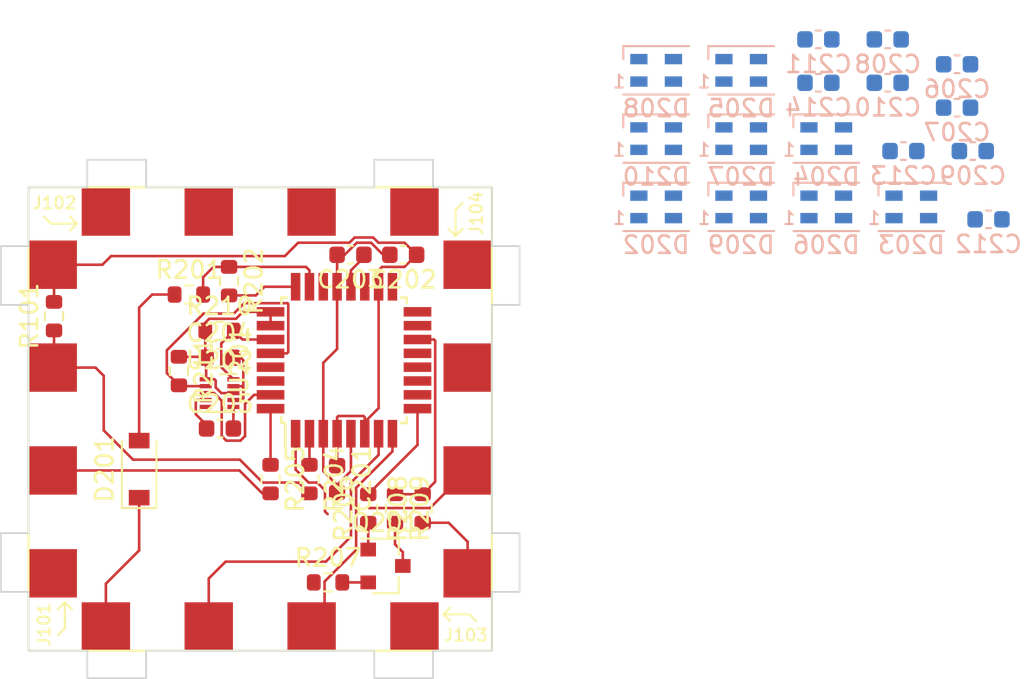
<source format=kicad_pcb>
(kicad_pcb (version 20171130) (host pcbnew 5.1.10)

  (general
    (thickness 1.6)
    (drawings 40)
    (tracks 169)
    (zones 0)
    (modules 42)
    (nets 48)
  )

  (page A4)
  (layers
    (0 F.Cu signal)
    (31 B.Cu signal)
    (32 B.Adhes user)
    (33 F.Adhes user)
    (34 B.Paste user)
    (35 F.Paste user)
    (36 B.SilkS user)
    (37 F.SilkS user hide)
    (38 B.Mask user)
    (39 F.Mask user)
    (40 Dwgs.User user)
    (41 Cmts.User user)
    (42 Eco1.User user)
    (43 Eco2.User user)
    (44 Edge.Cuts user)
    (45 Margin user)
    (46 B.CrtYd user)
    (47 F.CrtYd user)
    (48 B.Fab user)
    (49 F.Fab user hide)
  )

  (setup
    (last_trace_width 0.15)
    (user_trace_width 0.15)
    (user_trace_width 0.25)
    (user_trace_width 0.6)
    (trace_clearance 0.15)
    (zone_clearance 0.508)
    (zone_45_only no)
    (trace_min 0.15)
    (via_size 0.5)
    (via_drill 0.3)
    (via_min_size 0.4)
    (via_min_drill 0.3)
    (user_via 0.5 0.3)
    (uvia_size 0.3)
    (uvia_drill 0.1)
    (uvias_allowed no)
    (uvia_min_size 0.2)
    (uvia_min_drill 0.1)
    (edge_width 0.1)
    (segment_width 0.2)
    (pcb_text_width 0.3)
    (pcb_text_size 1.5 1.5)
    (mod_edge_width 0.15)
    (mod_text_size 1 1)
    (mod_text_width 0.15)
    (pad_size 1.524 1.524)
    (pad_drill 0.762)
    (pad_to_mask_clearance 0)
    (aux_axis_origin 0 0)
    (visible_elements FFFFFF7F)
    (pcbplotparams
      (layerselection 0x010fc_ffffffff)
      (usegerberextensions false)
      (usegerberattributes true)
      (usegerberadvancedattributes true)
      (creategerberjobfile true)
      (excludeedgelayer true)
      (linewidth 0.100000)
      (plotframeref false)
      (viasonmask false)
      (mode 1)
      (useauxorigin false)
      (hpglpennumber 1)
      (hpglpenspeed 20)
      (hpglpendiameter 15.000000)
      (psnegative false)
      (psa4output false)
      (plotreference true)
      (plotvalue true)
      (plotinvisibletext false)
      (padsonsilk false)
      (subtractmaskfromsilk false)
      (outputformat 1)
      (mirror false)
      (drillshape 1)
      (scaleselection 1)
      (outputdirectory ""))
  )

  (net 0 "")
  (net 1 GND)
  (net 2 VCPU)
  (net 3 VAUX)
  (net 4 VLED)
  (net 5 "Net-(D201-Pad2)")
  (net 6 +BATT)
  (net 7 /led_substring_digital/DIN)
  (net 8 /LED_DOUT)
  (net 9 /USB_DM)
  (net 10 /USB_DP)
  (net 11 /~VLED_EN)
  (net 12 /~CHG_ACTIVE)
  (net 13 /~BTN)
  (net 14 VBUS)
  (net 15 "Net-(Q201-Pad1)")
  (net 16 /BATT_SENSE)
  (net 17 /~BATT_SENSE_EN)
  (net 18 /MCU_DM)
  (net 19 /MCU_DP)
  (net 20 /LED_DIN)
  (net 21 /VBUS_SENSE)
  (net 22 /AXL_SDA)
  (net 23 /AXL_SCL)
  (net 24 /~RESET)
  (net 25 "Net-(U201-Pad22)")
  (net 26 "Net-(U201-Pad19)")
  (net 27 /AXL_INT2)
  (net 28 /AXL_INT1)
  (net 29 "Net-(U201-Pad17)")
  (net 30 "Net-(U201-Pad16)")
  (net 31 "Net-(U201-Pad15)")
  (net 32 "Net-(U201-Pad13)")
  (net 33 "Net-(U201-Pad12)")
  (net 34 "Net-(U201-Pad30)")
  (net 35 "Net-(U201-Pad11)")
  (net 36 "Net-(U201-Pad10)")
  (net 37 "Net-(C203-Pad1)")
  (net 38 "Net-(C205-Pad1)")
  (net 39 "Net-(D202-Pad1)")
  (net 40 "Net-(D203-Pad1)")
  (net 41 "Net-(D203-Pad3)")
  (net 42 "Net-(D204-Pad1)")
  (net 43 "Net-(D204-Pad3)")
  (net 44 "Net-(D205-Pad1)")
  (net 45 "Net-(D206-Pad1)")
  (net 46 "Net-(D207-Pad1)")
  (net 47 "Net-(J102-Pad2)")

  (net_class Default "This is the default net class."
    (clearance 0.15)
    (trace_width 0.15)
    (via_dia 0.5)
    (via_drill 0.3)
    (uvia_dia 0.3)
    (uvia_drill 0.1)
    (add_net +BATT)
    (add_net /AXL_INT1)
    (add_net /AXL_INT2)
    (add_net /AXL_SCL)
    (add_net /AXL_SDA)
    (add_net /BATT_SENSE)
    (add_net /LED_DIN)
    (add_net /LED_DOUT)
    (add_net /MCU_DM)
    (add_net /MCU_DP)
    (add_net /USB_DM)
    (add_net /USB_DP)
    (add_net /VBUS_SENSE)
    (add_net /led_substring_digital/DIN)
    (add_net /~BATT_SENSE_EN)
    (add_net /~BTN)
    (add_net /~CHG_ACTIVE)
    (add_net /~RESET)
    (add_net /~VLED_EN)
    (add_net GND)
    (add_net "Net-(C203-Pad1)")
    (add_net "Net-(C205-Pad1)")
    (add_net "Net-(D201-Pad2)")
    (add_net "Net-(D202-Pad1)")
    (add_net "Net-(D203-Pad1)")
    (add_net "Net-(D203-Pad3)")
    (add_net "Net-(D204-Pad1)")
    (add_net "Net-(D204-Pad3)")
    (add_net "Net-(D205-Pad1)")
    (add_net "Net-(D206-Pad1)")
    (add_net "Net-(D207-Pad1)")
    (add_net "Net-(J102-Pad2)")
    (add_net "Net-(Q201-Pad1)")
    (add_net "Net-(U201-Pad10)")
    (add_net "Net-(U201-Pad11)")
    (add_net "Net-(U201-Pad12)")
    (add_net "Net-(U201-Pad13)")
    (add_net "Net-(U201-Pad15)")
    (add_net "Net-(U201-Pad16)")
    (add_net "Net-(U201-Pad17)")
    (add_net "Net-(U201-Pad19)")
    (add_net "Net-(U201-Pad22)")
    (add_net "Net-(U201-Pad30)")
    (add_net VAUX)
    (add_net VBUS)
    (add_net VCPU)
    (add_net VLED)
  )

  (net_class Power ""
    (clearance 0.15)
    (trace_width 0.25)
    (via_dia 0.8)
    (via_drill 0.4)
    (uvia_dia 0.3)
    (uvia_drill 0.1)
  )

  (module Capacitor_SMD:C_0603_1608Metric (layer F.Cu) (tedit 5F68FEEE) (tstamp 60E6DA45)
    (at 156.575 90.55 180)
    (descr "Capacitor SMD 0603 (1608 Metric), square (rectangular) end terminal, IPC_7351 nominal, (Body size source: IPC-SM-782 page 76, https://www.pcb-3d.com/wordpress/wp-content/uploads/ipc-sm-782a_amendment_1_and_2.pdf), generated with kicad-footprint-generator")
    (tags capacitor)
    (path /60E75164)
    (attr smd)
    (fp_text reference C202 (at 0 -1.43) (layer F.SilkS)
      (effects (font (size 1 1) (thickness 0.15)))
    )
    (fp_text value 100n (at 0 1.43) (layer F.Fab)
      (effects (font (size 1 1) (thickness 0.15)))
    )
    (fp_line (start 1.48 0.73) (end -1.48 0.73) (layer F.CrtYd) (width 0.05))
    (fp_line (start 1.48 -0.73) (end 1.48 0.73) (layer F.CrtYd) (width 0.05))
    (fp_line (start -1.48 -0.73) (end 1.48 -0.73) (layer F.CrtYd) (width 0.05))
    (fp_line (start -1.48 0.73) (end -1.48 -0.73) (layer F.CrtYd) (width 0.05))
    (fp_line (start -0.14058 0.51) (end 0.14058 0.51) (layer F.SilkS) (width 0.12))
    (fp_line (start -0.14058 -0.51) (end 0.14058 -0.51) (layer F.SilkS) (width 0.12))
    (fp_line (start 0.8 0.4) (end -0.8 0.4) (layer F.Fab) (width 0.1))
    (fp_line (start 0.8 -0.4) (end 0.8 0.4) (layer F.Fab) (width 0.1))
    (fp_line (start -0.8 -0.4) (end 0.8 -0.4) (layer F.Fab) (width 0.1))
    (fp_line (start -0.8 0.4) (end -0.8 -0.4) (layer F.Fab) (width 0.1))
    (fp_text user %R (at 0 0) (layer F.Fab)
      (effects (font (size 0.4 0.4) (thickness 0.06)))
    )
    (pad 1 smd roundrect (at -0.775 0 180) (size 0.9 0.95) (layers F.Cu F.Paste F.Mask) (roundrect_rratio 0.25)
      (net 2 VCPU))
    (pad 2 smd roundrect (at 0.775 0 180) (size 0.9 0.95) (layers F.Cu F.Paste F.Mask) (roundrect_rratio 0.25)
      (net 1 GND))
    (model ${KISYS3DMOD}/Capacitor_SMD.3dshapes/C_0603_1608Metric.wrl
      (at (xyz 0 0 0))
      (scale (xyz 1 1 1))
      (rotate (xyz 0 0 0))
    )
  )

  (module Capacitor_SMD:C_0603_1608Metric (layer F.Cu) (tedit 5F68FEEE) (tstamp 60E1B78A)
    (at 153.525 90.55 180)
    (descr "Capacitor SMD 0603 (1608 Metric), square (rectangular) end terminal, IPC_7351 nominal, (Body size source: IPC-SM-782 page 76, https://www.pcb-3d.com/wordpress/wp-content/uploads/ipc-sm-782a_amendment_1_and_2.pdf), generated with kicad-footprint-generator")
    (tags capacitor)
    (path /6079B78B)
    (attr smd)
    (fp_text reference C203 (at 0 -1.43) (layer F.SilkS)
      (effects (font (size 1 1) (thickness 0.15)))
    )
    (fp_text value 100n (at 0 1.43) (layer F.Fab)
      (effects (font (size 1 1) (thickness 0.15)))
    )
    (fp_line (start -0.8 0.4) (end -0.8 -0.4) (layer F.Fab) (width 0.1))
    (fp_line (start -0.8 -0.4) (end 0.8 -0.4) (layer F.Fab) (width 0.1))
    (fp_line (start 0.8 -0.4) (end 0.8 0.4) (layer F.Fab) (width 0.1))
    (fp_line (start 0.8 0.4) (end -0.8 0.4) (layer F.Fab) (width 0.1))
    (fp_line (start -0.14058 -0.51) (end 0.14058 -0.51) (layer F.SilkS) (width 0.12))
    (fp_line (start -0.14058 0.51) (end 0.14058 0.51) (layer F.SilkS) (width 0.12))
    (fp_line (start -1.48 0.73) (end -1.48 -0.73) (layer F.CrtYd) (width 0.05))
    (fp_line (start -1.48 -0.73) (end 1.48 -0.73) (layer F.CrtYd) (width 0.05))
    (fp_line (start 1.48 -0.73) (end 1.48 0.73) (layer F.CrtYd) (width 0.05))
    (fp_line (start 1.48 0.73) (end -1.48 0.73) (layer F.CrtYd) (width 0.05))
    (fp_text user %R (at 0 0) (layer F.Fab)
      (effects (font (size 0.4 0.4) (thickness 0.06)))
    )
    (pad 2 smd roundrect (at 0.775 0 180) (size 0.9 0.95) (layers F.Cu F.Paste F.Mask) (roundrect_rratio 0.25)
      (net 1 GND))
    (pad 1 smd roundrect (at -0.775 0 180) (size 0.9 0.95) (layers F.Cu F.Paste F.Mask) (roundrect_rratio 0.25)
      (net 37 "Net-(C203-Pad1)"))
    (model ${KISYS3DMOD}/Capacitor_SMD.3dshapes/C_0603_1608Metric.wrl
      (at (xyz 0 0 0))
      (scale (xyz 1 1 1))
      (rotate (xyz 0 0 0))
    )
  )

  (module Capacitor_SMD:C_0603_1608Metric (layer F.Cu) (tedit 5F68FEEE) (tstamp 60E1E9A6)
    (at 145.975 100.6)
    (descr "Capacitor SMD 0603 (1608 Metric), square (rectangular) end terminal, IPC_7351 nominal, (Body size source: IPC-SM-782 page 76, https://www.pcb-3d.com/wordpress/wp-content/uploads/ipc-sm-782a_amendment_1_and_2.pdf), generated with kicad-footprint-generator")
    (tags capacitor)
    (path /604922A2)
    (attr smd)
    (fp_text reference C205 (at 0 -1.43) (layer F.SilkS)
      (effects (font (size 1 1) (thickness 0.15)))
    )
    (fp_text value 100n (at 0 1.43) (layer F.Fab)
      (effects (font (size 1 1) (thickness 0.15)))
    )
    (fp_line (start -0.8 0.4) (end -0.8 -0.4) (layer F.Fab) (width 0.1))
    (fp_line (start -0.8 -0.4) (end 0.8 -0.4) (layer F.Fab) (width 0.1))
    (fp_line (start 0.8 -0.4) (end 0.8 0.4) (layer F.Fab) (width 0.1))
    (fp_line (start 0.8 0.4) (end -0.8 0.4) (layer F.Fab) (width 0.1))
    (fp_line (start -0.14058 -0.51) (end 0.14058 -0.51) (layer F.SilkS) (width 0.12))
    (fp_line (start -0.14058 0.51) (end 0.14058 0.51) (layer F.SilkS) (width 0.12))
    (fp_line (start -1.48 0.73) (end -1.48 -0.73) (layer F.CrtYd) (width 0.05))
    (fp_line (start -1.48 -0.73) (end 1.48 -0.73) (layer F.CrtYd) (width 0.05))
    (fp_line (start 1.48 -0.73) (end 1.48 0.73) (layer F.CrtYd) (width 0.05))
    (fp_line (start 1.48 0.73) (end -1.48 0.73) (layer F.CrtYd) (width 0.05))
    (fp_text user %R (at 0 0) (layer F.Fab)
      (effects (font (size 0.4 0.4) (thickness 0.06)))
    )
    (pad 2 smd roundrect (at 0.775 0) (size 0.9 0.95) (layers F.Cu F.Paste F.Mask) (roundrect_rratio 0.25)
      (net 1 GND))
    (pad 1 smd roundrect (at -0.775 0) (size 0.9 0.95) (layers F.Cu F.Paste F.Mask) (roundrect_rratio 0.25)
      (net 38 "Net-(C205-Pad1)"))
    (model ${KISYS3DMOD}/Capacitor_SMD.3dshapes/C_0603_1608Metric.wrl
      (at (xyz 0 0 0))
      (scale (xyz 1 1 1))
      (rotate (xyz 0 0 0))
    )
  )

  (module Package_QFP:TQFP-32_7x7mm_P0.8mm (layer F.Cu) (tedit 5A02F146) (tstamp 60E1BACC)
    (at 153.15 96.65 90)
    (descr "32-Lead Plastic Thin Quad Flatpack (PT) - 7x7x1.0 mm Body, 2.00 mm [TQFP] (see Microchip Packaging Specification 00000049BS.pdf)")
    (tags "QFP 0.8")
    (path /6069D7A4)
    (attr smd)
    (fp_text reference U201 (at 0 -6.05 90) (layer F.SilkS)
      (effects (font (size 1 1) (thickness 0.15)))
    )
    (fp_text value ATmega328-AU (at 0 6.05 90) (layer F.Fab)
      (effects (font (size 1 1) (thickness 0.15)))
    )
    (fp_line (start -2.5 -3.5) (end 3.5 -3.5) (layer F.Fab) (width 0.15))
    (fp_line (start 3.5 -3.5) (end 3.5 3.5) (layer F.Fab) (width 0.15))
    (fp_line (start 3.5 3.5) (end -3.5 3.5) (layer F.Fab) (width 0.15))
    (fp_line (start -3.5 3.5) (end -3.5 -2.5) (layer F.Fab) (width 0.15))
    (fp_line (start -3.5 -2.5) (end -2.5 -3.5) (layer F.Fab) (width 0.15))
    (fp_line (start -5.3 -5.3) (end -5.3 5.3) (layer F.CrtYd) (width 0.05))
    (fp_line (start 5.3 -5.3) (end 5.3 5.3) (layer F.CrtYd) (width 0.05))
    (fp_line (start -5.3 -5.3) (end 5.3 -5.3) (layer F.CrtYd) (width 0.05))
    (fp_line (start -5.3 5.3) (end 5.3 5.3) (layer F.CrtYd) (width 0.05))
    (fp_line (start -3.625 -3.625) (end -3.625 -3.4) (layer F.SilkS) (width 0.15))
    (fp_line (start 3.625 -3.625) (end 3.625 -3.3) (layer F.SilkS) (width 0.15))
    (fp_line (start 3.625 3.625) (end 3.625 3.3) (layer F.SilkS) (width 0.15))
    (fp_line (start -3.625 3.625) (end -3.625 3.3) (layer F.SilkS) (width 0.15))
    (fp_line (start -3.625 -3.625) (end -3.3 -3.625) (layer F.SilkS) (width 0.15))
    (fp_line (start -3.625 3.625) (end -3.3 3.625) (layer F.SilkS) (width 0.15))
    (fp_line (start 3.625 3.625) (end 3.3 3.625) (layer F.SilkS) (width 0.15))
    (fp_line (start 3.625 -3.625) (end 3.3 -3.625) (layer F.SilkS) (width 0.15))
    (fp_line (start -3.625 -3.4) (end -5.05 -3.4) (layer F.SilkS) (width 0.15))
    (fp_text user %R (at 0 0 90) (layer F.Fab)
      (effects (font (size 1 1) (thickness 0.15)))
    )
    (pad 32 smd rect (at -2.8 -4.25 180) (size 1.6 0.55) (layers F.Cu F.Paste F.Mask)
      (net 19 /MCU_DP))
    (pad 31 smd rect (at -2 -4.25 180) (size 1.6 0.55) (layers F.Cu F.Paste F.Mask)
      (net 28 /AXL_INT1))
    (pad 30 smd rect (at -1.2 -4.25 180) (size 1.6 0.55) (layers F.Cu F.Paste F.Mask)
      (net 34 "Net-(U201-Pad30)"))
    (pad 29 smd rect (at -0.4 -4.25 180) (size 1.6 0.55) (layers F.Cu F.Paste F.Mask)
      (net 24 /~RESET))
    (pad 28 smd rect (at 0.4 -4.25 180) (size 1.6 0.55) (layers F.Cu F.Paste F.Mask)
      (net 23 /AXL_SCL))
    (pad 27 smd rect (at 1.2 -4.25 180) (size 1.6 0.55) (layers F.Cu F.Paste F.Mask)
      (net 22 /AXL_SDA))
    (pad 26 smd rect (at 2 -4.25 180) (size 1.6 0.55) (layers F.Cu F.Paste F.Mask)
      (net 3 VAUX))
    (pad 25 smd rect (at 2.8 -4.25 180) (size 1.6 0.55) (layers F.Cu F.Paste F.Mask)
      (net 3 VAUX))
    (pad 24 smd rect (at 4.25 -2.8 90) (size 1.6 0.55) (layers F.Cu F.Paste F.Mask)
      (net 17 /~BATT_SENSE_EN))
    (pad 23 smd rect (at 4.25 -2 90) (size 1.6 0.55) (layers F.Cu F.Paste F.Mask)
      (net 16 /BATT_SENSE))
    (pad 22 smd rect (at 4.25 -1.2 90) (size 1.6 0.55) (layers F.Cu F.Paste F.Mask)
      (net 25 "Net-(U201-Pad22)"))
    (pad 21 smd rect (at 4.25 -0.4 90) (size 1.6 0.55) (layers F.Cu F.Paste F.Mask)
      (net 1 GND))
    (pad 20 smd rect (at 4.25 0.4 90) (size 1.6 0.55) (layers F.Cu F.Paste F.Mask)
      (net 37 "Net-(C203-Pad1)"))
    (pad 19 smd rect (at 4.25 1.2 90) (size 1.6 0.55) (layers F.Cu F.Paste F.Mask)
      (net 26 "Net-(U201-Pad19)"))
    (pad 18 smd rect (at 4.25 2 90) (size 1.6 0.55) (layers F.Cu F.Paste F.Mask)
      (net 2 VCPU))
    (pad 17 smd rect (at 4.25 2.8 90) (size 1.6 0.55) (layers F.Cu F.Paste F.Mask)
      (net 29 "Net-(U201-Pad17)"))
    (pad 16 smd rect (at 2.8 4.25 180) (size 1.6 0.55) (layers F.Cu F.Paste F.Mask)
      (net 30 "Net-(U201-Pad16)"))
    (pad 15 smd rect (at 2 4.25 180) (size 1.6 0.55) (layers F.Cu F.Paste F.Mask)
      (net 31 "Net-(U201-Pad15)"))
    (pad 14 smd rect (at 1.2 4.25 180) (size 1.6 0.55) (layers F.Cu F.Paste F.Mask)
      (net 21 /VBUS_SENSE))
    (pad 13 smd rect (at 0.4 4.25 180) (size 1.6 0.55) (layers F.Cu F.Paste F.Mask)
      (net 32 "Net-(U201-Pad13)"))
    (pad 12 smd rect (at -0.4 4.25 180) (size 1.6 0.55) (layers F.Cu F.Paste F.Mask)
      (net 33 "Net-(U201-Pad12)"))
    (pad 11 smd rect (at -1.2 4.25 180) (size 1.6 0.55) (layers F.Cu F.Paste F.Mask)
      (net 35 "Net-(U201-Pad11)"))
    (pad 10 smd rect (at -2 4.25 180) (size 1.6 0.55) (layers F.Cu F.Paste F.Mask)
      (net 36 "Net-(U201-Pad10)"))
    (pad 9 smd rect (at -2.8 4.25 180) (size 1.6 0.55) (layers F.Cu F.Paste F.Mask)
      (net 20 /LED_DIN))
    (pad 8 smd rect (at -4.25 2.8 90) (size 1.6 0.55) (layers F.Cu F.Paste F.Mask)
      (net 12 /~CHG_ACTIVE))
    (pad 7 smd rect (at -4.25 2 90) (size 1.6 0.55) (layers F.Cu F.Paste F.Mask)
      (net 11 /~VLED_EN))
    (pad 6 smd rect (at -4.25 1.2 90) (size 1.6 0.55) (layers F.Cu F.Paste F.Mask)
      (net 2 VCPU))
    (pad 5 smd rect (at -4.25 0.4 90) (size 1.6 0.55) (layers F.Cu F.Paste F.Mask)
      (net 1 GND))
    (pad 4 smd rect (at -4.25 -0.4 90) (size 1.6 0.55) (layers F.Cu F.Paste F.Mask)
      (net 2 VCPU))
    (pad 3 smd rect (at -4.25 -1.2 90) (size 1.6 0.55) (layers F.Cu F.Paste F.Mask)
      (net 1 GND))
    (pad 2 smd rect (at -4.25 -2 90) (size 1.6 0.55) (layers F.Cu F.Paste F.Mask)
      (net 18 /MCU_DM))
    (pad 1 smd rect (at -4.25 -2.8 90) (size 1.6 0.55) (layers F.Cu F.Paste F.Mask)
      (net 13 /~BTN))
    (model ${KISYS3DMOD}/Package_QFP.3dshapes/TQFP-32_7x7mm_P0.8mm.wrl
      (at (xyz 0 0 0))
      (scale (xyz 1 1 1))
      (rotate (xyz 0 0 0))
    )
  )

  (module Package_DFN_QFN:DFN-10_2x2mm_P0.4mm (layer F.Cu) (tedit 5EA4BEFE) (tstamp 60E1E8D4)
    (at 145.95 98.55)
    (descr "10-Lead Plastic DFN (2mm x 2mm)  0.40mm pitch")
    (tags "DFN 10 0.4mm")
    (path /60475A27)
    (attr smd)
    (fp_text reference U202 (at 0 -1.9) (layer F.SilkS)
      (effects (font (size 1 1) (thickness 0.15)))
    )
    (fp_text value MMA8653FCR1 (at 0 1.8) (layer F.Fab)
      (effects (font (size 1 1) (thickness 0.15)))
    )
    (fp_line (start -1 -0.5) (end -1 1) (layer F.Fab) (width 0.1))
    (fp_line (start -0.5 -1) (end -1 -0.5) (layer F.Fab) (width 0.1))
    (fp_line (start 1 -1) (end -0.5 -1) (layer F.Fab) (width 0.1))
    (fp_line (start 1 1) (end 1 -1) (layer F.Fab) (width 0.1))
    (fp_line (start 1 1) (end -1 1) (layer F.Fab) (width 0.1))
    (fp_line (start -1.4 1.25) (end 1.4 1.25) (layer F.CrtYd) (width 0.05))
    (fp_line (start 1.4 -1.25) (end -1.4 -1.25) (layer F.CrtYd) (width 0.05))
    (fp_line (start 1 -1.1) (end 0 -1.1) (layer F.SilkS) (width 0.12))
    (fp_line (start -1.4 1.25) (end -1.4 -1.25) (layer F.CrtYd) (width 0.05))
    (fp_line (start 1.4 -1.25) (end 1.4 1.25) (layer F.CrtYd) (width 0.05))
    (fp_line (start 1 1.1) (end -1 1.1) (layer F.SilkS) (width 0.12))
    (fp_text user %R (at 0 0) (layer F.Fab)
      (effects (font (size 0.45 0.45) (thickness 0.05)))
    )
    (pad 10 smd rect (at 0.8 -0.8) (size 0.7 0.25) (layers F.Cu F.Paste F.Mask)
      (net 22 /AXL_SDA))
    (pad 9 smd rect (at 0.8 -0.4) (size 0.7 0.25) (layers F.Cu F.Paste F.Mask)
      (net 1 GND))
    (pad 8 smd rect (at 0.8 0) (size 0.7 0.25) (layers F.Cu F.Paste F.Mask)
      (net 3 VAUX))
    (pad 7 smd rect (at 0.8 0.4) (size 0.7 0.25) (layers F.Cu F.Paste F.Mask)
      (net 1 GND))
    (pad 6 smd rect (at 0.8 0.8) (size 0.7 0.25) (layers F.Cu F.Paste F.Mask)
      (net 1 GND))
    (pad 5 smd rect (at -0.8 0.8) (size 0.7 0.25) (layers F.Cu F.Paste F.Mask)
      (net 27 /AXL_INT2))
    (pad 4 smd rect (at -0.8 0.4) (size 0.7 0.25) (layers F.Cu F.Paste F.Mask)
      (net 38 "Net-(C205-Pad1)"))
    (pad 3 smd rect (at -0.8 0) (size 0.7 0.25) (layers F.Cu F.Paste F.Mask)
      (net 28 /AXL_INT1))
    (pad 2 smd rect (at -0.8 -0.4) (size 0.7 0.25) (layers F.Cu F.Paste F.Mask)
      (net 23 /AXL_SCL))
    (pad 1 smd rect (at -0.8 -0.8) (size 0.7 0.25) (layers F.Cu F.Paste F.Mask)
      (net 3 VAUX))
    (model ${KISYS3DMOD}/Package_DFN_QFN.3dshapes/DFN-10_2x2mm_P0.4mm.wrl
      (at (xyz 0 0 0))
      (scale (xyz 1 1 1))
      (rotate (xyz 0 0 0))
    )
  )

  (module Resistor_SMD:R_0603_1608Metric (layer F.Cu) (tedit 5F68FEEE) (tstamp 60E1E916)
    (at 143.6 97.275 270)
    (descr "Resistor SMD 0603 (1608 Metric), square (rectangular) end terminal, IPC_7351 nominal, (Body size source: IPC-SM-782 page 72, https://www.pcb-3d.com/wordpress/wp-content/uploads/ipc-sm-782a_amendment_1_and_2.pdf), generated with kicad-footprint-generator")
    (tags resistor)
    (path /604CA988)
    (attr smd)
    (fp_text reference R211 (at 0 -1.43 90) (layer F.SilkS)
      (effects (font (size 1 1) (thickness 0.15)))
    )
    (fp_text value 4k7 (at 0 1.43 90) (layer F.Fab)
      (effects (font (size 1 1) (thickness 0.15)))
    )
    (fp_line (start -0.8 0.4125) (end -0.8 -0.4125) (layer F.Fab) (width 0.1))
    (fp_line (start -0.8 -0.4125) (end 0.8 -0.4125) (layer F.Fab) (width 0.1))
    (fp_line (start 0.8 -0.4125) (end 0.8 0.4125) (layer F.Fab) (width 0.1))
    (fp_line (start 0.8 0.4125) (end -0.8 0.4125) (layer F.Fab) (width 0.1))
    (fp_line (start -0.237258 -0.5225) (end 0.237258 -0.5225) (layer F.SilkS) (width 0.12))
    (fp_line (start -0.237258 0.5225) (end 0.237258 0.5225) (layer F.SilkS) (width 0.12))
    (fp_line (start -1.48 0.73) (end -1.48 -0.73) (layer F.CrtYd) (width 0.05))
    (fp_line (start -1.48 -0.73) (end 1.48 -0.73) (layer F.CrtYd) (width 0.05))
    (fp_line (start 1.48 -0.73) (end 1.48 0.73) (layer F.CrtYd) (width 0.05))
    (fp_line (start 1.48 0.73) (end -1.48 0.73) (layer F.CrtYd) (width 0.05))
    (fp_text user %R (at 0 0 90) (layer F.Fab)
      (effects (font (size 0.4 0.4) (thickness 0.06)))
    )
    (pad 2 smd roundrect (at 0.825 0 270) (size 0.8 0.95) (layers F.Cu F.Paste F.Mask) (roundrect_rratio 0.25)
      (net 23 /AXL_SCL))
    (pad 1 smd roundrect (at -0.825 0 270) (size 0.8 0.95) (layers F.Cu F.Paste F.Mask) (roundrect_rratio 0.25)
      (net 3 VAUX))
    (model ${KISYS3DMOD}/Resistor_SMD.3dshapes/R_0603_1608Metric.wrl
      (at (xyz 0 0 0))
      (scale (xyz 1 1 1))
      (rotate (xyz 0 0 0))
    )
  )

  (module Resistor_SMD:R_0603_1608Metric (layer F.Cu) (tedit 5F68FEEE) (tstamp 60E1E946)
    (at 145.95 94.95)
    (descr "Resistor SMD 0603 (1608 Metric), square (rectangular) end terminal, IPC_7351 nominal, (Body size source: IPC-SM-782 page 72, https://www.pcb-3d.com/wordpress/wp-content/uploads/ipc-sm-782a_amendment_1_and_2.pdf), generated with kicad-footprint-generator")
    (tags resistor)
    (path /604C8E82)
    (attr smd)
    (fp_text reference R210 (at 0 -1.43) (layer F.SilkS)
      (effects (font (size 1 1) (thickness 0.15)))
    )
    (fp_text value 4k7 (at 0 1.43) (layer F.Fab)
      (effects (font (size 1 1) (thickness 0.15)))
    )
    (fp_line (start -0.8 0.4125) (end -0.8 -0.4125) (layer F.Fab) (width 0.1))
    (fp_line (start -0.8 -0.4125) (end 0.8 -0.4125) (layer F.Fab) (width 0.1))
    (fp_line (start 0.8 -0.4125) (end 0.8 0.4125) (layer F.Fab) (width 0.1))
    (fp_line (start 0.8 0.4125) (end -0.8 0.4125) (layer F.Fab) (width 0.1))
    (fp_line (start -0.237258 -0.5225) (end 0.237258 -0.5225) (layer F.SilkS) (width 0.12))
    (fp_line (start -0.237258 0.5225) (end 0.237258 0.5225) (layer F.SilkS) (width 0.12))
    (fp_line (start -1.48 0.73) (end -1.48 -0.73) (layer F.CrtYd) (width 0.05))
    (fp_line (start -1.48 -0.73) (end 1.48 -0.73) (layer F.CrtYd) (width 0.05))
    (fp_line (start 1.48 -0.73) (end 1.48 0.73) (layer F.CrtYd) (width 0.05))
    (fp_line (start 1.48 0.73) (end -1.48 0.73) (layer F.CrtYd) (width 0.05))
    (fp_text user %R (at 0 0) (layer F.Fab)
      (effects (font (size 0.4 0.4) (thickness 0.06)))
    )
    (pad 2 smd roundrect (at 0.825 0) (size 0.8 0.95) (layers F.Cu F.Paste F.Mask) (roundrect_rratio 0.25)
      (net 22 /AXL_SDA))
    (pad 1 smd roundrect (at -0.825 0) (size 0.8 0.95) (layers F.Cu F.Paste F.Mask) (roundrect_rratio 0.25)
      (net 3 VAUX))
    (model ${KISYS3DMOD}/Resistor_SMD.3dshapes/R_0603_1608Metric.wrl
      (at (xyz 0 0 0))
      (scale (xyz 1 1 1))
      (rotate (xyz 0 0 0))
    )
  )

  (module Resistor_SMD:R_0603_1608Metric (layer F.Cu) (tedit 5F68FEEE) (tstamp 60E1BA1F)
    (at 156.1 105.225 270)
    (descr "Resistor SMD 0603 (1608 Metric), square (rectangular) end terminal, IPC_7351 nominal, (Body size source: IPC-SM-782 page 72, https://www.pcb-3d.com/wordpress/wp-content/uploads/ipc-sm-782a_amendment_1_and_2.pdf), generated with kicad-footprint-generator")
    (tags resistor)
    (path /609779A0)
    (attr smd)
    (fp_text reference R209 (at 0 -1.43 90) (layer F.SilkS)
      (effects (font (size 1 1) (thickness 0.15)))
    )
    (fp_text value 10k (at 0 1.43 90) (layer F.Fab)
      (effects (font (size 1 1) (thickness 0.15)))
    )
    (fp_line (start -0.8 0.4125) (end -0.8 -0.4125) (layer F.Fab) (width 0.1))
    (fp_line (start -0.8 -0.4125) (end 0.8 -0.4125) (layer F.Fab) (width 0.1))
    (fp_line (start 0.8 -0.4125) (end 0.8 0.4125) (layer F.Fab) (width 0.1))
    (fp_line (start 0.8 0.4125) (end -0.8 0.4125) (layer F.Fab) (width 0.1))
    (fp_line (start -0.237258 -0.5225) (end 0.237258 -0.5225) (layer F.SilkS) (width 0.12))
    (fp_line (start -0.237258 0.5225) (end 0.237258 0.5225) (layer F.SilkS) (width 0.12))
    (fp_line (start -1.48 0.73) (end -1.48 -0.73) (layer F.CrtYd) (width 0.05))
    (fp_line (start -1.48 -0.73) (end 1.48 -0.73) (layer F.CrtYd) (width 0.05))
    (fp_line (start 1.48 -0.73) (end 1.48 0.73) (layer F.CrtYd) (width 0.05))
    (fp_line (start 1.48 0.73) (end -1.48 0.73) (layer F.CrtYd) (width 0.05))
    (fp_text user %R (at 0 0 90) (layer F.Fab)
      (effects (font (size 0.4 0.4) (thickness 0.06)))
    )
    (pad 2 smd roundrect (at 0.825 0 270) (size 0.8 0.95) (layers F.Cu F.Paste F.Mask) (roundrect_rratio 0.25)
      (net 1 GND))
    (pad 1 smd roundrect (at -0.825 0 270) (size 0.8 0.95) (layers F.Cu F.Paste F.Mask) (roundrect_rratio 0.25)
      (net 21 /VBUS_SENSE))
    (model ${KISYS3DMOD}/Resistor_SMD.3dshapes/R_0603_1608Metric.wrl
      (at (xyz 0 0 0))
      (scale (xyz 1 1 1))
      (rotate (xyz 0 0 0))
    )
  )

  (module Resistor_SMD:R_0603_1608Metric (layer F.Cu) (tedit 5F68FEEE) (tstamp 60E1BA0E)
    (at 157.7 105.225 90)
    (descr "Resistor SMD 0603 (1608 Metric), square (rectangular) end terminal, IPC_7351 nominal, (Body size source: IPC-SM-782 page 72, https://www.pcb-3d.com/wordpress/wp-content/uploads/ipc-sm-782a_amendment_1_and_2.pdf), generated with kicad-footprint-generator")
    (tags resistor)
    (path /60977748)
    (attr smd)
    (fp_text reference R208 (at 0 -1.43 90) (layer F.SilkS)
      (effects (font (size 1 1) (thickness 0.15)))
    )
    (fp_text value 10k (at 0 1.43 90) (layer F.Fab)
      (effects (font (size 1 1) (thickness 0.15)))
    )
    (fp_line (start -0.8 0.4125) (end -0.8 -0.4125) (layer F.Fab) (width 0.1))
    (fp_line (start -0.8 -0.4125) (end 0.8 -0.4125) (layer F.Fab) (width 0.1))
    (fp_line (start 0.8 -0.4125) (end 0.8 0.4125) (layer F.Fab) (width 0.1))
    (fp_line (start 0.8 0.4125) (end -0.8 0.4125) (layer F.Fab) (width 0.1))
    (fp_line (start -0.237258 -0.5225) (end 0.237258 -0.5225) (layer F.SilkS) (width 0.12))
    (fp_line (start -0.237258 0.5225) (end 0.237258 0.5225) (layer F.SilkS) (width 0.12))
    (fp_line (start -1.48 0.73) (end -1.48 -0.73) (layer F.CrtYd) (width 0.05))
    (fp_line (start -1.48 -0.73) (end 1.48 -0.73) (layer F.CrtYd) (width 0.05))
    (fp_line (start 1.48 -0.73) (end 1.48 0.73) (layer F.CrtYd) (width 0.05))
    (fp_line (start 1.48 0.73) (end -1.48 0.73) (layer F.CrtYd) (width 0.05))
    (fp_text user %R (at 0 0 90) (layer F.Fab)
      (effects (font (size 0.4 0.4) (thickness 0.06)))
    )
    (pad 2 smd roundrect (at 0.825 0 90) (size 0.8 0.95) (layers F.Cu F.Paste F.Mask) (roundrect_rratio 0.25)
      (net 21 /VBUS_SENSE))
    (pad 1 smd roundrect (at -0.825 0 90) (size 0.8 0.95) (layers F.Cu F.Paste F.Mask) (roundrect_rratio 0.25)
      (net 14 VBUS))
    (model ${KISYS3DMOD}/Resistor_SMD.3dshapes/R_0603_1608Metric.wrl
      (at (xyz 0 0 0))
      (scale (xyz 1 1 1))
      (rotate (xyz 0 0 0))
    )
  )

  (module Resistor_SMD:R_0603_1608Metric (layer F.Cu) (tedit 5F68FEEE) (tstamp 60E1B9FD)
    (at 152.225 109.5)
    (descr "Resistor SMD 0603 (1608 Metric), square (rectangular) end terminal, IPC_7351 nominal, (Body size source: IPC-SM-782 page 72, https://www.pcb-3d.com/wordpress/wp-content/uploads/ipc-sm-782a_amendment_1_and_2.pdf), generated with kicad-footprint-generator")
    (tags resistor)
    (path /605638B8)
    (attr smd)
    (fp_text reference R207 (at 0 -1.43) (layer F.SilkS)
      (effects (font (size 1 1) (thickness 0.15)))
    )
    (fp_text value 10k (at 0 1.43) (layer F.Fab)
      (effects (font (size 1 1) (thickness 0.15)))
    )
    (fp_line (start -0.8 0.4125) (end -0.8 -0.4125) (layer F.Fab) (width 0.1))
    (fp_line (start -0.8 -0.4125) (end 0.8 -0.4125) (layer F.Fab) (width 0.1))
    (fp_line (start 0.8 -0.4125) (end 0.8 0.4125) (layer F.Fab) (width 0.1))
    (fp_line (start 0.8 0.4125) (end -0.8 0.4125) (layer F.Fab) (width 0.1))
    (fp_line (start -0.237258 -0.5225) (end 0.237258 -0.5225) (layer F.SilkS) (width 0.12))
    (fp_line (start -0.237258 0.5225) (end 0.237258 0.5225) (layer F.SilkS) (width 0.12))
    (fp_line (start -1.48 0.73) (end -1.48 -0.73) (layer F.CrtYd) (width 0.05))
    (fp_line (start -1.48 -0.73) (end 1.48 -0.73) (layer F.CrtYd) (width 0.05))
    (fp_line (start 1.48 -0.73) (end 1.48 0.73) (layer F.CrtYd) (width 0.05))
    (fp_line (start 1.48 0.73) (end -1.48 0.73) (layer F.CrtYd) (width 0.05))
    (fp_text user %R (at 0 0) (layer F.Fab)
      (effects (font (size 0.4 0.4) (thickness 0.06)))
    )
    (pad 2 smd roundrect (at 0.825 0) (size 0.8 0.95) (layers F.Cu F.Paste F.Mask) (roundrect_rratio 0.25)
      (net 7 /led_substring_digital/DIN))
    (pad 1 smd roundrect (at -0.825 0) (size 0.8 0.95) (layers F.Cu F.Paste F.Mask) (roundrect_rratio 0.25)
      (net 4 VLED))
    (model ${KISYS3DMOD}/Resistor_SMD.3dshapes/R_0603_1608Metric.wrl
      (at (xyz 0 0 0))
      (scale (xyz 1 1 1))
      (rotate (xyz 0 0 0))
    )
  )

  (module Resistor_SMD:R_0603_1608Metric (layer F.Cu) (tedit 5F68FEEE) (tstamp 60E1B9EC)
    (at 154.55 105.225 90)
    (descr "Resistor SMD 0603 (1608 Metric), square (rectangular) end terminal, IPC_7351 nominal, (Body size source: IPC-SM-782 page 72, https://www.pcb-3d.com/wordpress/wp-content/uploads/ipc-sm-782a_amendment_1_and_2.pdf), generated with kicad-footprint-generator")
    (tags resistor)
    (path /6057230C)
    (attr smd)
    (fp_text reference R206 (at 0 -1.43 90) (layer F.SilkS)
      (effects (font (size 1 1) (thickness 0.15)))
    )
    (fp_text value 10k (at 0 1.43 90) (layer F.Fab)
      (effects (font (size 1 1) (thickness 0.15)))
    )
    (fp_line (start -0.8 0.4125) (end -0.8 -0.4125) (layer F.Fab) (width 0.1))
    (fp_line (start -0.8 -0.4125) (end 0.8 -0.4125) (layer F.Fab) (width 0.1))
    (fp_line (start 0.8 -0.4125) (end 0.8 0.4125) (layer F.Fab) (width 0.1))
    (fp_line (start 0.8 0.4125) (end -0.8 0.4125) (layer F.Fab) (width 0.1))
    (fp_line (start -0.237258 -0.5225) (end 0.237258 -0.5225) (layer F.SilkS) (width 0.12))
    (fp_line (start -0.237258 0.5225) (end 0.237258 0.5225) (layer F.SilkS) (width 0.12))
    (fp_line (start -1.48 0.73) (end -1.48 -0.73) (layer F.CrtYd) (width 0.05))
    (fp_line (start -1.48 -0.73) (end 1.48 -0.73) (layer F.CrtYd) (width 0.05))
    (fp_line (start 1.48 -0.73) (end 1.48 0.73) (layer F.CrtYd) (width 0.05))
    (fp_line (start 1.48 0.73) (end -1.48 0.73) (layer F.CrtYd) (width 0.05))
    (fp_text user %R (at 0 0 90) (layer F.Fab)
      (effects (font (size 0.4 0.4) (thickness 0.06)))
    )
    (pad 2 smd roundrect (at 0.825 0 90) (size 0.8 0.95) (layers F.Cu F.Paste F.Mask) (roundrect_rratio 0.25)
      (net 20 /LED_DIN))
    (pad 1 smd roundrect (at -0.825 0 90) (size 0.8 0.95) (layers F.Cu F.Paste F.Mask) (roundrect_rratio 0.25)
      (net 15 "Net-(Q201-Pad1)"))
    (model ${KISYS3DMOD}/Resistor_SMD.3dshapes/R_0603_1608Metric.wrl
      (at (xyz 0 0 0))
      (scale (xyz 1 1 1))
      (rotate (xyz 0 0 0))
    )
  )

  (module Resistor_SMD:R_0603_1608Metric (layer F.Cu) (tedit 5F68FEEE) (tstamp 60E1B9DB)
    (at 148.9 103.525 270)
    (descr "Resistor SMD 0603 (1608 Metric), square (rectangular) end terminal, IPC_7351 nominal, (Body size source: IPC-SM-782 page 72, https://www.pcb-3d.com/wordpress/wp-content/uploads/ipc-sm-782a_amendment_1_and_2.pdf), generated with kicad-footprint-generator")
    (tags resistor)
    (path /606F6593)
    (attr smd)
    (fp_text reference R205 (at 0 -1.43 90) (layer F.SilkS)
      (effects (font (size 1 1) (thickness 0.15)))
    )
    (fp_text value 68 (at 0 1.43 90) (layer F.Fab)
      (effects (font (size 1 1) (thickness 0.15)))
    )
    (fp_line (start -0.8 0.4125) (end -0.8 -0.4125) (layer F.Fab) (width 0.1))
    (fp_line (start -0.8 -0.4125) (end 0.8 -0.4125) (layer F.Fab) (width 0.1))
    (fp_line (start 0.8 -0.4125) (end 0.8 0.4125) (layer F.Fab) (width 0.1))
    (fp_line (start 0.8 0.4125) (end -0.8 0.4125) (layer F.Fab) (width 0.1))
    (fp_line (start -0.237258 -0.5225) (end 0.237258 -0.5225) (layer F.SilkS) (width 0.12))
    (fp_line (start -0.237258 0.5225) (end 0.237258 0.5225) (layer F.SilkS) (width 0.12))
    (fp_line (start -1.48 0.73) (end -1.48 -0.73) (layer F.CrtYd) (width 0.05))
    (fp_line (start -1.48 -0.73) (end 1.48 -0.73) (layer F.CrtYd) (width 0.05))
    (fp_line (start 1.48 -0.73) (end 1.48 0.73) (layer F.CrtYd) (width 0.05))
    (fp_line (start 1.48 0.73) (end -1.48 0.73) (layer F.CrtYd) (width 0.05))
    (fp_text user %R (at 0 0 90) (layer F.Fab)
      (effects (font (size 0.4 0.4) (thickness 0.06)))
    )
    (pad 2 smd roundrect (at 0.825 0 270) (size 0.8 0.95) (layers F.Cu F.Paste F.Mask) (roundrect_rratio 0.25)
      (net 10 /USB_DP))
    (pad 1 smd roundrect (at -0.825 0 270) (size 0.8 0.95) (layers F.Cu F.Paste F.Mask) (roundrect_rratio 0.25)
      (net 19 /MCU_DP))
    (model ${KISYS3DMOD}/Resistor_SMD.3dshapes/R_0603_1608Metric.wrl
      (at (xyz 0 0 0))
      (scale (xyz 1 1 1))
      (rotate (xyz 0 0 0))
    )
  )

  (module Resistor_SMD:R_0603_1608Metric (layer F.Cu) (tedit 5F68FEEE) (tstamp 60E1B9CA)
    (at 151.15 103.525 270)
    (descr "Resistor SMD 0603 (1608 Metric), square (rectangular) end terminal, IPC_7351 nominal, (Body size source: IPC-SM-782 page 72, https://www.pcb-3d.com/wordpress/wp-content/uploads/ipc-sm-782a_amendment_1_and_2.pdf), generated with kicad-footprint-generator")
    (tags resistor)
    (path /606F658C)
    (attr smd)
    (fp_text reference R204 (at 0 -1.43 90) (layer F.SilkS)
      (effects (font (size 1 1) (thickness 0.15)))
    )
    (fp_text value 68 (at 0 1.43 90) (layer F.Fab)
      (effects (font (size 1 1) (thickness 0.15)))
    )
    (fp_line (start -0.8 0.4125) (end -0.8 -0.4125) (layer F.Fab) (width 0.1))
    (fp_line (start -0.8 -0.4125) (end 0.8 -0.4125) (layer F.Fab) (width 0.1))
    (fp_line (start 0.8 -0.4125) (end 0.8 0.4125) (layer F.Fab) (width 0.1))
    (fp_line (start 0.8 0.4125) (end -0.8 0.4125) (layer F.Fab) (width 0.1))
    (fp_line (start -0.237258 -0.5225) (end 0.237258 -0.5225) (layer F.SilkS) (width 0.12))
    (fp_line (start -0.237258 0.5225) (end 0.237258 0.5225) (layer F.SilkS) (width 0.12))
    (fp_line (start -1.48 0.73) (end -1.48 -0.73) (layer F.CrtYd) (width 0.05))
    (fp_line (start -1.48 -0.73) (end 1.48 -0.73) (layer F.CrtYd) (width 0.05))
    (fp_line (start 1.48 -0.73) (end 1.48 0.73) (layer F.CrtYd) (width 0.05))
    (fp_line (start 1.48 0.73) (end -1.48 0.73) (layer F.CrtYd) (width 0.05))
    (fp_text user %R (at 0 0 90) (layer F.Fab)
      (effects (font (size 0.4 0.4) (thickness 0.06)))
    )
    (pad 2 smd roundrect (at 0.825 0 270) (size 0.8 0.95) (layers F.Cu F.Paste F.Mask) (roundrect_rratio 0.25)
      (net 9 /USB_DM))
    (pad 1 smd roundrect (at -0.825 0 270) (size 0.8 0.95) (layers F.Cu F.Paste F.Mask) (roundrect_rratio 0.25)
      (net 18 /MCU_DM))
    (model ${KISYS3DMOD}/Resistor_SMD.3dshapes/R_0603_1608Metric.wrl
      (at (xyz 0 0 0))
      (scale (xyz 1 1 1))
      (rotate (xyz 0 0 0))
    )
  )

  (module Resistor_SMD:R_0603_1608Metric (layer F.Cu) (tedit 5F68FEEE) (tstamp 60E1B9B9)
    (at 136.375 94.1 90)
    (descr "Resistor SMD 0603 (1608 Metric), square (rectangular) end terminal, IPC_7351 nominal, (Body size source: IPC-SM-782 page 72, https://www.pcb-3d.com/wordpress/wp-content/uploads/ipc-sm-782a_amendment_1_and_2.pdf), generated with kicad-footprint-generator")
    (tags resistor)
    (path /606F6585)
    (attr smd)
    (fp_text reference R101 (at 0 -1.43 90) (layer F.SilkS)
      (effects (font (size 1 1) (thickness 0.15)))
    )
    (fp_text value 1k5 (at 0 1.43 90) (layer F.Fab)
      (effects (font (size 1 1) (thickness 0.15)))
    )
    (fp_line (start -0.8 0.4125) (end -0.8 -0.4125) (layer F.Fab) (width 0.1))
    (fp_line (start -0.8 -0.4125) (end 0.8 -0.4125) (layer F.Fab) (width 0.1))
    (fp_line (start 0.8 -0.4125) (end 0.8 0.4125) (layer F.Fab) (width 0.1))
    (fp_line (start 0.8 0.4125) (end -0.8 0.4125) (layer F.Fab) (width 0.1))
    (fp_line (start -0.237258 -0.5225) (end 0.237258 -0.5225) (layer F.SilkS) (width 0.12))
    (fp_line (start -0.237258 0.5225) (end 0.237258 0.5225) (layer F.SilkS) (width 0.12))
    (fp_line (start -1.48 0.73) (end -1.48 -0.73) (layer F.CrtYd) (width 0.05))
    (fp_line (start -1.48 -0.73) (end 1.48 -0.73) (layer F.CrtYd) (width 0.05))
    (fp_line (start 1.48 -0.73) (end 1.48 0.73) (layer F.CrtYd) (width 0.05))
    (fp_line (start 1.48 0.73) (end -1.48 0.73) (layer F.CrtYd) (width 0.05))
    (fp_text user %R (at 0 0 90) (layer F.Fab)
      (effects (font (size 0.4 0.4) (thickness 0.06)))
    )
    (pad 2 smd roundrect (at 0.825 0 90) (size 0.8 0.95) (layers F.Cu F.Paste F.Mask) (roundrect_rratio 0.25)
      (net 2 VCPU))
    (pad 1 smd roundrect (at -0.825 0 90) (size 0.8 0.95) (layers F.Cu F.Paste F.Mask) (roundrect_rratio 0.25)
      (net 9 /USB_DM))
    (model ${KISYS3DMOD}/Resistor_SMD.3dshapes/R_0603_1608Metric.wrl
      (at (xyz 0 0 0))
      (scale (xyz 1 1 1))
      (rotate (xyz 0 0 0))
    )
  )

  (module Resistor_SMD:R_0603_1608Metric (layer F.Cu) (tedit 5F68FEEE) (tstamp 60E1B9A8)
    (at 146.5 92.075 270)
    (descr "Resistor SMD 0603 (1608 Metric), square (rectangular) end terminal, IPC_7351 nominal, (Body size source: IPC-SM-782 page 72, https://www.pcb-3d.com/wordpress/wp-content/uploads/ipc-sm-782a_amendment_1_and_2.pdf), generated with kicad-footprint-generator")
    (tags resistor)
    (path /607CDD97)
    (attr smd)
    (fp_text reference R202 (at 0 -1.43 90) (layer F.SilkS)
      (effects (font (size 1 1) (thickness 0.15)))
    )
    (fp_text value 1k5 (at 0 1.43 90) (layer F.Fab)
      (effects (font (size 1 1) (thickness 0.15)))
    )
    (fp_line (start -0.8 0.4125) (end -0.8 -0.4125) (layer F.Fab) (width 0.1))
    (fp_line (start -0.8 -0.4125) (end 0.8 -0.4125) (layer F.Fab) (width 0.1))
    (fp_line (start 0.8 -0.4125) (end 0.8 0.4125) (layer F.Fab) (width 0.1))
    (fp_line (start 0.8 0.4125) (end -0.8 0.4125) (layer F.Fab) (width 0.1))
    (fp_line (start -0.237258 -0.5225) (end 0.237258 -0.5225) (layer F.SilkS) (width 0.12))
    (fp_line (start -0.237258 0.5225) (end 0.237258 0.5225) (layer F.SilkS) (width 0.12))
    (fp_line (start -1.48 0.73) (end -1.48 -0.73) (layer F.CrtYd) (width 0.05))
    (fp_line (start -1.48 -0.73) (end 1.48 -0.73) (layer F.CrtYd) (width 0.05))
    (fp_line (start 1.48 -0.73) (end 1.48 0.73) (layer F.CrtYd) (width 0.05))
    (fp_line (start 1.48 0.73) (end -1.48 0.73) (layer F.CrtYd) (width 0.05))
    (fp_text user %R (at 0 0 90) (layer F.Fab)
      (effects (font (size 0.4 0.4) (thickness 0.06)))
    )
    (pad 2 smd roundrect (at 0.825 0 270) (size 0.8 0.95) (layers F.Cu F.Paste F.Mask) (roundrect_rratio 0.25)
      (net 17 /~BATT_SENSE_EN))
    (pad 1 smd roundrect (at -0.825 0 270) (size 0.8 0.95) (layers F.Cu F.Paste F.Mask) (roundrect_rratio 0.25)
      (net 16 /BATT_SENSE))
    (model ${KISYS3DMOD}/Resistor_SMD.3dshapes/R_0603_1608Metric.wrl
      (at (xyz 0 0 0))
      (scale (xyz 1 1 1))
      (rotate (xyz 0 0 0))
    )
  )

  (module Resistor_SMD:R_0603_1608Metric (layer F.Cu) (tedit 5F68FEEE) (tstamp 60E1B997)
    (at 144.175 92.85)
    (descr "Resistor SMD 0603 (1608 Metric), square (rectangular) end terminal, IPC_7351 nominal, (Body size source: IPC-SM-782 page 72, https://www.pcb-3d.com/wordpress/wp-content/uploads/ipc-sm-782a_amendment_1_and_2.pdf), generated with kicad-footprint-generator")
    (tags resistor)
    (path /607CD9FE)
    (attr smd)
    (fp_text reference R201 (at 0 -1.43) (layer F.SilkS)
      (effects (font (size 1 1) (thickness 0.15)))
    )
    (fp_text value 1k5 (at 0 1.43) (layer F.Fab)
      (effects (font (size 1 1) (thickness 0.15)))
    )
    (fp_line (start -0.8 0.4125) (end -0.8 -0.4125) (layer F.Fab) (width 0.1))
    (fp_line (start -0.8 -0.4125) (end 0.8 -0.4125) (layer F.Fab) (width 0.1))
    (fp_line (start 0.8 -0.4125) (end 0.8 0.4125) (layer F.Fab) (width 0.1))
    (fp_line (start 0.8 0.4125) (end -0.8 0.4125) (layer F.Fab) (width 0.1))
    (fp_line (start -0.237258 -0.5225) (end 0.237258 -0.5225) (layer F.SilkS) (width 0.12))
    (fp_line (start -0.237258 0.5225) (end 0.237258 0.5225) (layer F.SilkS) (width 0.12))
    (fp_line (start -1.48 0.73) (end -1.48 -0.73) (layer F.CrtYd) (width 0.05))
    (fp_line (start -1.48 -0.73) (end 1.48 -0.73) (layer F.CrtYd) (width 0.05))
    (fp_line (start 1.48 -0.73) (end 1.48 0.73) (layer F.CrtYd) (width 0.05))
    (fp_line (start 1.48 0.73) (end -1.48 0.73) (layer F.CrtYd) (width 0.05))
    (fp_text user %R (at 0 0) (layer F.Fab)
      (effects (font (size 0.4 0.4) (thickness 0.06)))
    )
    (pad 2 smd roundrect (at 0.825 0) (size 0.8 0.95) (layers F.Cu F.Paste F.Mask) (roundrect_rratio 0.25)
      (net 16 /BATT_SENSE))
    (pad 1 smd roundrect (at -0.825 0) (size 0.8 0.95) (layers F.Cu F.Paste F.Mask) (roundrect_rratio 0.25)
      (net 5 "Net-(D201-Pad2)"))
    (model ${KISYS3DMOD}/Resistor_SMD.3dshapes/R_0603_1608Metric.wrl
      (at (xyz 0 0 0))
      (scale (xyz 1 1 1))
      (rotate (xyz 0 0 0))
    )
  )

  (module Package_TO_SOT_SMD:SOT-23 (layer F.Cu) (tedit 5A02FF57) (tstamp 60E1B986)
    (at 155.55 108.55)
    (descr "SOT-23, Standard")
    (tags SOT-23)
    (path /6055E5C0)
    (attr smd)
    (fp_text reference Q201 (at 0 -2.5) (layer F.SilkS)
      (effects (font (size 1 1) (thickness 0.15)))
    )
    (fp_text value Q_NPN_BCE (at 0 2.5) (layer F.Fab)
      (effects (font (size 1 1) (thickness 0.15)))
    )
    (fp_line (start -0.7 -0.95) (end -0.7 1.5) (layer F.Fab) (width 0.1))
    (fp_line (start -0.15 -1.52) (end 0.7 -1.52) (layer F.Fab) (width 0.1))
    (fp_line (start -0.7 -0.95) (end -0.15 -1.52) (layer F.Fab) (width 0.1))
    (fp_line (start 0.7 -1.52) (end 0.7 1.52) (layer F.Fab) (width 0.1))
    (fp_line (start -0.7 1.52) (end 0.7 1.52) (layer F.Fab) (width 0.1))
    (fp_line (start 0.76 1.58) (end 0.76 0.65) (layer F.SilkS) (width 0.12))
    (fp_line (start 0.76 -1.58) (end 0.76 -0.65) (layer F.SilkS) (width 0.12))
    (fp_line (start -1.7 -1.75) (end 1.7 -1.75) (layer F.CrtYd) (width 0.05))
    (fp_line (start 1.7 -1.75) (end 1.7 1.75) (layer F.CrtYd) (width 0.05))
    (fp_line (start 1.7 1.75) (end -1.7 1.75) (layer F.CrtYd) (width 0.05))
    (fp_line (start -1.7 1.75) (end -1.7 -1.75) (layer F.CrtYd) (width 0.05))
    (fp_line (start 0.76 -1.58) (end -1.4 -1.58) (layer F.SilkS) (width 0.12))
    (fp_line (start 0.76 1.58) (end -0.7 1.58) (layer F.SilkS) (width 0.12))
    (fp_text user %R (at 0 0 90) (layer F.Fab)
      (effects (font (size 0.5 0.5) (thickness 0.075)))
    )
    (pad 3 smd rect (at 1 0) (size 0.9 0.8) (layers F.Cu F.Paste F.Mask)
      (net 1 GND))
    (pad 2 smd rect (at -1 0.95) (size 0.9 0.8) (layers F.Cu F.Paste F.Mask)
      (net 7 /led_substring_digital/DIN))
    (pad 1 smd rect (at -1 -0.95) (size 0.9 0.8) (layers F.Cu F.Paste F.Mask)
      (net 15 "Net-(Q201-Pad1)"))
    (model ${KISYS3DMOD}/Package_TO_SOT_SMD.3dshapes/SOT-23.wrl
      (at (xyz 0 0 0))
      (scale (xyz 1 1 1))
      (rotate (xyz 0 0 0))
    )
  )

  (module leddie_parts:leddie_edgecon (layer F.Cu) (tedit 604DCD87) (tstamp 60E1B971)
    (at 160.2 100.05)
    (path /60536A7E)
    (fp_text reference J104 (at 0.6 -11.9 90) (layer F.SilkS)
      (effects (font (size 0.7 0.7) (thickness 0.12)))
    )
    (fp_text value edgecon_right (at 2.5 7.6 90) (layer F.Fab)
      (effects (font (size 1 1) (thickness 0.15)))
    )
    (fp_line (start 1.3 -7.45) (end 1.3 -4.45) (layer Cmts.User) (width 0.12))
    (fp_line (start 1.2 -10.4) (end 1.2 -7.45) (layer Cmts.User) (width 0.12))
    (fp_line (start 1.3 -13.4) (end 1.3 -10.4) (layer Cmts.User) (width 0.12))
    (fp_line (start 1.5 -13.4) (end 1.5 13.4) (layer F.SilkS) (width 0.12))
    (fp_line (start -0.2 -12.5) (end -0.6 -12.1) (layer F.SilkS) (width 0.12))
    (fp_line (start -0.6 -12.1) (end -0.6 -10.6) (layer F.SilkS) (width 0.12))
    (fp_line (start -0.6 -10.6) (end -1 -11) (layer F.SilkS) (width 0.12))
    (fp_line (start -0.6 -10.6) (end -0.2 -11) (layer F.SilkS) (width 0.12))
    (fp_text user "2.95 mm pad, 3 mm spacing" (at 4.3 2.1 90) (layer Cmts.User) hide
      (effects (font (size 1 1) (thickness 0.15)))
    )
    (pad 3 smd rect (at 0.1 2.975) (size 2.8 2.8) (layers F.Cu F.Paste F.Mask)
      (net 13 /~BTN))
    (pad 4 smd rect (at 0.1 8.925) (size 2.8 2.8) (layers F.Cu F.Paste F.Mask)
      (net 14 VBUS))
    (pad 2 smd rect (at 0.1 -2.975) (size 2.8 2.8) (layers F.Cu F.Paste F.Mask)
      (net 1 GND))
    (pad 1 smd rect (at 0.1 -8.925) (size 2.8 2.8) (layers F.Cu F.Paste F.Mask)
      (net 1 GND))
  )

  (module leddie_parts:leddie_edgecon (layer F.Cu) (tedit 604DCD87) (tstamp 60E1B960)
    (at 148.3 111.95 270)
    (path /60536A90)
    (fp_text reference J103 (at 0.6 -11.9) (layer F.SilkS)
      (effects (font (size 0.7 0.7) (thickness 0.12)))
    )
    (fp_text value edgecon_bottom (at 2.5 7.6) (layer F.Fab)
      (effects (font (size 1 1) (thickness 0.15)))
    )
    (fp_line (start 1.3 -7.45) (end 1.3 -4.45) (layer Cmts.User) (width 0.12))
    (fp_line (start 1.2 -10.4) (end 1.2 -7.45) (layer Cmts.User) (width 0.12))
    (fp_line (start 1.3 -13.4) (end 1.3 -10.4) (layer Cmts.User) (width 0.12))
    (fp_line (start 1.5 -13.4) (end 1.5 13.4) (layer F.SilkS) (width 0.12))
    (fp_line (start -0.2 -12.5) (end -0.6 -12.1) (layer F.SilkS) (width 0.12))
    (fp_line (start -0.6 -12.1) (end -0.6 -10.6) (layer F.SilkS) (width 0.12))
    (fp_line (start -0.6 -10.6) (end -1 -11) (layer F.SilkS) (width 0.12))
    (fp_line (start -0.6 -10.6) (end -0.2 -11) (layer F.SilkS) (width 0.12))
    (fp_text user "2.95 mm pad, 3 mm spacing" (at 4.3 2.1) (layer Cmts.User) hide
      (effects (font (size 1 1) (thickness 0.15)))
    )
    (pad 3 smd rect (at 0.1 2.975 270) (size 2.8 2.8) (layers F.Cu F.Paste F.Mask)
      (net 11 /~VLED_EN))
    (pad 4 smd rect (at 0.1 8.925 270) (size 2.8 2.8) (layers F.Cu F.Paste F.Mask)
      (net 6 +BATT))
    (pad 2 smd rect (at 0.1 -2.975 270) (size 2.8 2.8) (layers F.Cu F.Paste F.Mask)
      (net 12 /~CHG_ACTIVE))
    (pad 1 smd rect (at 0.1 -8.925 270) (size 2.8 2.8) (layers F.Cu F.Paste F.Mask)
      (net 1 GND))
  )

  (module leddie_parts:leddie_edgecon (layer F.Cu) (tedit 604DCD87) (tstamp 60E1CFCF)
    (at 148.3 88.15 90)
    (path /60536A84)
    (fp_text reference J102 (at 0.6 -11.9) (layer F.SilkS)
      (effects (font (size 0.7 0.7) (thickness 0.12)))
    )
    (fp_text value edgecon_top (at 2.5 7.6) (layer F.Fab)
      (effects (font (size 1 1) (thickness 0.15)))
    )
    (fp_line (start 1.3 -7.45) (end 1.3 -4.45) (layer Cmts.User) (width 0.12))
    (fp_line (start 1.2 -10.4) (end 1.2 -7.45) (layer Cmts.User) (width 0.12))
    (fp_line (start 1.3 -13.4) (end 1.3 -10.4) (layer Cmts.User) (width 0.12))
    (fp_line (start 1.5 -13.4) (end 1.5 13.4) (layer F.SilkS) (width 0.12))
    (fp_line (start -0.2 -12.5) (end -0.6 -12.1) (layer F.SilkS) (width 0.12))
    (fp_line (start -0.6 -12.1) (end -0.6 -10.6) (layer F.SilkS) (width 0.12))
    (fp_line (start -0.6 -10.6) (end -1 -11) (layer F.SilkS) (width 0.12))
    (fp_line (start -0.6 -10.6) (end -0.2 -11) (layer F.SilkS) (width 0.12))
    (fp_text user "2.95 mm pad, 3 mm spacing" (at 4.3 2.1) (layer Cmts.User) hide
      (effects (font (size 1 1) (thickness 0.15)))
    )
    (pad 3 smd rect (at 0.1 2.975 90) (size 2.8 2.8) (layers F.Cu F.Paste F.Mask)
      (net 8 /LED_DOUT))
    (pad 4 smd rect (at 0.1 8.925 90) (size 2.8 2.8) (layers F.Cu F.Paste F.Mask)
      (net 4 VLED))
    (pad 2 smd rect (at 0.1 -2.975 90) (size 2.8 2.8) (layers F.Cu F.Paste F.Mask)
      (net 47 "Net-(J102-Pad2)"))
    (pad 1 smd rect (at 0.1 -8.925 90) (size 2.8 2.8) (layers F.Cu F.Paste F.Mask)
      (net 1 GND))
  )

  (module leddie_parts:leddie_edgecon (layer F.Cu) (tedit 604DCD87) (tstamp 60E1B93E)
    (at 136.4 100.05 180)
    (path /60536A8A)
    (fp_text reference J101 (at 0.6 -11.9 90) (layer F.SilkS)
      (effects (font (size 0.7 0.7) (thickness 0.12)))
    )
    (fp_text value edgecon_left (at 2.5 7.6 90) (layer F.Fab)
      (effects (font (size 1 1) (thickness 0.15)))
    )
    (fp_line (start 1.3 -7.45) (end 1.3 -4.45) (layer Cmts.User) (width 0.12))
    (fp_line (start 1.2 -10.4) (end 1.2 -7.45) (layer Cmts.User) (width 0.12))
    (fp_line (start 1.3 -13.4) (end 1.3 -10.4) (layer Cmts.User) (width 0.12))
    (fp_line (start 1.5 -13.4) (end 1.5 13.4) (layer F.SilkS) (width 0.12))
    (fp_line (start -0.2 -12.5) (end -0.6 -12.1) (layer F.SilkS) (width 0.12))
    (fp_line (start -0.6 -12.1) (end -0.6 -10.6) (layer F.SilkS) (width 0.12))
    (fp_line (start -0.6 -10.6) (end -1 -11) (layer F.SilkS) (width 0.12))
    (fp_line (start -0.6 -10.6) (end -0.2 -11) (layer F.SilkS) (width 0.12))
    (fp_text user "2.95 mm pad, 3 mm spacing" (at 4.3 2.1 90) (layer Cmts.User) hide
      (effects (font (size 1 1) (thickness 0.15)))
    )
    (pad 3 smd rect (at 0.1 2.975 180) (size 2.8 2.8) (layers F.Cu F.Paste F.Mask)
      (net 9 /USB_DM))
    (pad 4 smd rect (at 0.1 8.925 180) (size 2.8 2.8) (layers F.Cu F.Paste F.Mask)
      (net 2 VCPU))
    (pad 2 smd rect (at 0.1 -2.975 180) (size 2.8 2.8) (layers F.Cu F.Paste F.Mask)
      (net 10 /USB_DP))
    (pad 1 smd rect (at 0.1 -8.925 180) (size 2.8 2.8) (layers F.Cu F.Paste F.Mask)
      (net 1 GND))
  )

  (module LED_SMD:LED_SK6805_PLCC4_2.4x2.7mm_P1.3mm (layer B.Cu) (tedit 5AA4B1EE) (tstamp 60E1B92D)
    (at 171.205 83.83)
    (descr https://cdn-shop.adafruit.com/product-files/3484/3484_Datasheet.pdf)
    (tags "LED RGB NeoPixel Nano")
    (path /606A056C/605D0E99)
    (attr smd)
    (fp_text reference D210 (at 0 2.2) (layer B.SilkS)
      (effects (font (size 1 1) (thickness 0.15)) (justify mirror))
    )
    (fp_text value SK6805 (at 0 -2.7) (layer B.Fab)
      (effects (font (size 1 1) (thickness 0.15)) (justify mirror))
    )
    (fp_line (start 1.75 1.45) (end -1.75 1.45) (layer B.CrtYd) (width 0.05))
    (fp_line (start 1.75 -1.45) (end 1.75 1.45) (layer B.CrtYd) (width 0.05))
    (fp_line (start -1.75 -1.45) (end 1.75 -1.45) (layer B.CrtYd) (width 0.05))
    (fp_line (start -1.75 1.45) (end -1.75 -1.45) (layer B.CrtYd) (width 0.05))
    (fp_line (start -1.35 -0.6) (end -0.75 -1.2) (layer B.Fab) (width 0.1))
    (fp_line (start -1.35 1.2) (end -1.35 -1.2) (layer B.Fab) (width 0.1))
    (fp_line (start -1.35 -1.2) (end 1.35 -1.2) (layer B.Fab) (width 0.1))
    (fp_line (start 1.35 -1.2) (end 1.35 1.2) (layer B.Fab) (width 0.1))
    (fp_line (start 1.35 1.2) (end -1.35 1.2) (layer B.Fab) (width 0.1))
    (fp_line (start -1.9 1.4) (end 1.9 1.4) (layer B.SilkS) (width 0.12))
    (fp_line (start -1.9 -1.4) (end 1.9 -1.4) (layer B.SilkS) (width 0.12))
    (fp_line (start -1.9 -1.4) (end -1.9 -0.65) (layer B.SilkS) (width 0.12))
    (fp_circle (center 0 0) (end 0 1) (layer B.Fab) (width 0.1))
    (fp_text user %R (at 0 0) (layer B.Fab)
      (effects (font (size 0.4 0.4) (thickness 0.08)) (justify mirror))
    )
    (fp_text user 1 (at -2.15 0.65) (layer B.SilkS)
      (effects (font (size 0.75 0.75) (thickness 0.12)) (justify mirror))
    )
    (pad 1 smd rect (at -1 0.65) (size 1 0.6) (layers B.Cu B.Paste B.Mask)
      (net 8 /LED_DOUT))
    (pad 2 smd rect (at -1 -0.65) (size 1 0.6) (layers B.Cu B.Paste B.Mask)
      (net 1 GND))
    (pad 4 smd rect (at 1 0.65) (size 1 0.6) (layers B.Cu B.Paste B.Mask)
      (net 4 VLED))
    (pad 3 smd rect (at 1 -0.65) (size 1 0.6) (layers B.Cu B.Paste B.Mask)
      (net 46 "Net-(D207-Pad1)"))
    (model ${KISYS3DMOD}/LED_SMD.3dshapes/LED_SK6805_PLCC4_2.4x2.7mm_P1.3mm.wrl
      (at (xyz 0 0 0))
      (scale (xyz 1 1 1))
      (rotate (xyz 0 0 0))
    )
  )

  (module LED_SMD:LED_SK6805_PLCC4_2.4x2.7mm_P1.3mm (layer B.Cu) (tedit 5AA4B1EE) (tstamp 60E1B916)
    (at 176.125 87.78)
    (descr https://cdn-shop.adafruit.com/product-files/3484/3484_Datasheet.pdf)
    (tags "LED RGB NeoPixel Nano")
    (path /606A056C/605BB090)
    (attr smd)
    (fp_text reference D209 (at 0 2.2) (layer B.SilkS)
      (effects (font (size 1 1) (thickness 0.15)) (justify mirror))
    )
    (fp_text value SK6805 (at 0 -2.7) (layer B.Fab)
      (effects (font (size 1 1) (thickness 0.15)) (justify mirror))
    )
    (fp_line (start 1.75 1.45) (end -1.75 1.45) (layer B.CrtYd) (width 0.05))
    (fp_line (start 1.75 -1.45) (end 1.75 1.45) (layer B.CrtYd) (width 0.05))
    (fp_line (start -1.75 -1.45) (end 1.75 -1.45) (layer B.CrtYd) (width 0.05))
    (fp_line (start -1.75 1.45) (end -1.75 -1.45) (layer B.CrtYd) (width 0.05))
    (fp_line (start -1.35 -0.6) (end -0.75 -1.2) (layer B.Fab) (width 0.1))
    (fp_line (start -1.35 1.2) (end -1.35 -1.2) (layer B.Fab) (width 0.1))
    (fp_line (start -1.35 -1.2) (end 1.35 -1.2) (layer B.Fab) (width 0.1))
    (fp_line (start 1.35 -1.2) (end 1.35 1.2) (layer B.Fab) (width 0.1))
    (fp_line (start 1.35 1.2) (end -1.35 1.2) (layer B.Fab) (width 0.1))
    (fp_line (start -1.9 1.4) (end 1.9 1.4) (layer B.SilkS) (width 0.12))
    (fp_line (start -1.9 -1.4) (end 1.9 -1.4) (layer B.SilkS) (width 0.12))
    (fp_line (start -1.9 -1.4) (end -1.9 -0.65) (layer B.SilkS) (width 0.12))
    (fp_circle (center 0 0) (end 0 1) (layer B.Fab) (width 0.1))
    (fp_text user %R (at 0 0) (layer B.Fab)
      (effects (font (size 0.4 0.4) (thickness 0.08)) (justify mirror))
    )
    (fp_text user 1 (at -2.15 0.65) (layer B.SilkS)
      (effects (font (size 0.75 0.75) (thickness 0.12)) (justify mirror))
    )
    (pad 1 smd rect (at -1 0.65) (size 1 0.6) (layers B.Cu B.Paste B.Mask)
      (net 43 "Net-(D204-Pad3)"))
    (pad 2 smd rect (at -1 -0.65) (size 1 0.6) (layers B.Cu B.Paste B.Mask)
      (net 1 GND))
    (pad 4 smd rect (at 1 0.65) (size 1 0.6) (layers B.Cu B.Paste B.Mask)
      (net 4 VLED))
    (pad 3 smd rect (at 1 -0.65) (size 1 0.6) (layers B.Cu B.Paste B.Mask)
      (net 45 "Net-(D206-Pad1)"))
    (model ${KISYS3DMOD}/LED_SMD.3dshapes/LED_SK6805_PLCC4_2.4x2.7mm_P1.3mm.wrl
      (at (xyz 0 0 0))
      (scale (xyz 1 1 1))
      (rotate (xyz 0 0 0))
    )
  )

  (module LED_SMD:LED_SK6805_PLCC4_2.4x2.7mm_P1.3mm (layer B.Cu) (tedit 5AA4B1EE) (tstamp 60E1B8FF)
    (at 171.205 79.88)
    (descr https://cdn-shop.adafruit.com/product-files/3484/3484_Datasheet.pdf)
    (tags "LED RGB NeoPixel Nano")
    (path /606A056C/6059DA5A)
    (attr smd)
    (fp_text reference D208 (at 0 2.2) (layer B.SilkS)
      (effects (font (size 1 1) (thickness 0.15)) (justify mirror))
    )
    (fp_text value SK6805 (at 0 -2.7) (layer B.Fab)
      (effects (font (size 1 1) (thickness 0.15)) (justify mirror))
    )
    (fp_line (start 1.75 1.45) (end -1.75 1.45) (layer B.CrtYd) (width 0.05))
    (fp_line (start 1.75 -1.45) (end 1.75 1.45) (layer B.CrtYd) (width 0.05))
    (fp_line (start -1.75 -1.45) (end 1.75 -1.45) (layer B.CrtYd) (width 0.05))
    (fp_line (start -1.75 1.45) (end -1.75 -1.45) (layer B.CrtYd) (width 0.05))
    (fp_line (start -1.35 -0.6) (end -0.75 -1.2) (layer B.Fab) (width 0.1))
    (fp_line (start -1.35 1.2) (end -1.35 -1.2) (layer B.Fab) (width 0.1))
    (fp_line (start -1.35 -1.2) (end 1.35 -1.2) (layer B.Fab) (width 0.1))
    (fp_line (start 1.35 -1.2) (end 1.35 1.2) (layer B.Fab) (width 0.1))
    (fp_line (start 1.35 1.2) (end -1.35 1.2) (layer B.Fab) (width 0.1))
    (fp_line (start -1.9 1.4) (end 1.9 1.4) (layer B.SilkS) (width 0.12))
    (fp_line (start -1.9 -1.4) (end 1.9 -1.4) (layer B.SilkS) (width 0.12))
    (fp_line (start -1.9 -1.4) (end -1.9 -0.65) (layer B.SilkS) (width 0.12))
    (fp_circle (center 0 0) (end 0 1) (layer B.Fab) (width 0.1))
    (fp_text user %R (at 0 0) (layer B.Fab)
      (effects (font (size 0.4 0.4) (thickness 0.08)) (justify mirror))
    )
    (fp_text user 1 (at -2.15 0.65) (layer B.SilkS)
      (effects (font (size 0.75 0.75) (thickness 0.12)) (justify mirror))
    )
    (pad 1 smd rect (at -1 0.65) (size 1 0.6) (layers B.Cu B.Paste B.Mask)
      (net 41 "Net-(D203-Pad3)"))
    (pad 2 smd rect (at -1 -0.65) (size 1 0.6) (layers B.Cu B.Paste B.Mask)
      (net 1 GND))
    (pad 4 smd rect (at 1 0.65) (size 1 0.6) (layers B.Cu B.Paste B.Mask)
      (net 4 VLED))
    (pad 3 smd rect (at 1 -0.65) (size 1 0.6) (layers B.Cu B.Paste B.Mask)
      (net 44 "Net-(D205-Pad1)"))
    (model ${KISYS3DMOD}/LED_SMD.3dshapes/LED_SK6805_PLCC4_2.4x2.7mm_P1.3mm.wrl
      (at (xyz 0 0 0))
      (scale (xyz 1 1 1))
      (rotate (xyz 0 0 0))
    )
  )

  (module LED_SMD:LED_SK6805_PLCC4_2.4x2.7mm_P1.3mm (layer B.Cu) (tedit 5AA4B1EE) (tstamp 60E1B8E8)
    (at 176.125 83.83)
    (descr https://cdn-shop.adafruit.com/product-files/3484/3484_Datasheet.pdf)
    (tags "LED RGB NeoPixel Nano")
    (path /606A056C/605D0E75)
    (attr smd)
    (fp_text reference D207 (at 0 2.2) (layer B.SilkS)
      (effects (font (size 1 1) (thickness 0.15)) (justify mirror))
    )
    (fp_text value SK6805 (at 0 -2.7) (layer B.Fab)
      (effects (font (size 1 1) (thickness 0.15)) (justify mirror))
    )
    (fp_line (start 1.75 1.45) (end -1.75 1.45) (layer B.CrtYd) (width 0.05))
    (fp_line (start 1.75 -1.45) (end 1.75 1.45) (layer B.CrtYd) (width 0.05))
    (fp_line (start -1.75 -1.45) (end 1.75 -1.45) (layer B.CrtYd) (width 0.05))
    (fp_line (start -1.75 1.45) (end -1.75 -1.45) (layer B.CrtYd) (width 0.05))
    (fp_line (start -1.35 -0.6) (end -0.75 -1.2) (layer B.Fab) (width 0.1))
    (fp_line (start -1.35 1.2) (end -1.35 -1.2) (layer B.Fab) (width 0.1))
    (fp_line (start -1.35 -1.2) (end 1.35 -1.2) (layer B.Fab) (width 0.1))
    (fp_line (start 1.35 -1.2) (end 1.35 1.2) (layer B.Fab) (width 0.1))
    (fp_line (start 1.35 1.2) (end -1.35 1.2) (layer B.Fab) (width 0.1))
    (fp_line (start -1.9 1.4) (end 1.9 1.4) (layer B.SilkS) (width 0.12))
    (fp_line (start -1.9 -1.4) (end 1.9 -1.4) (layer B.SilkS) (width 0.12))
    (fp_line (start -1.9 -1.4) (end -1.9 -0.65) (layer B.SilkS) (width 0.12))
    (fp_circle (center 0 0) (end 0 1) (layer B.Fab) (width 0.1))
    (fp_text user %R (at 0 0) (layer B.Fab)
      (effects (font (size 0.4 0.4) (thickness 0.08)) (justify mirror))
    )
    (fp_text user 1 (at -2.15 0.65) (layer B.SilkS)
      (effects (font (size 0.75 0.75) (thickness 0.12)) (justify mirror))
    )
    (pad 1 smd rect (at -1 0.65) (size 1 0.6) (layers B.Cu B.Paste B.Mask)
      (net 46 "Net-(D207-Pad1)"))
    (pad 2 smd rect (at -1 -0.65) (size 1 0.6) (layers B.Cu B.Paste B.Mask)
      (net 1 GND))
    (pad 4 smd rect (at 1 0.65) (size 1 0.6) (layers B.Cu B.Paste B.Mask)
      (net 4 VLED))
    (pad 3 smd rect (at 1 -0.65) (size 1 0.6) (layers B.Cu B.Paste B.Mask)
      (net 42 "Net-(D204-Pad1)"))
    (model ${KISYS3DMOD}/LED_SMD.3dshapes/LED_SK6805_PLCC4_2.4x2.7mm_P1.3mm.wrl
      (at (xyz 0 0 0))
      (scale (xyz 1 1 1))
      (rotate (xyz 0 0 0))
    )
  )

  (module LED_SMD:LED_SK6805_PLCC4_2.4x2.7mm_P1.3mm (layer B.Cu) (tedit 5AA4B1EE) (tstamp 60E1B8D1)
    (at 181.045 87.78)
    (descr https://cdn-shop.adafruit.com/product-files/3484/3484_Datasheet.pdf)
    (tags "LED RGB NeoPixel Nano")
    (path /606A056C/605BB06C)
    (attr smd)
    (fp_text reference D206 (at 0 2.2) (layer B.SilkS)
      (effects (font (size 1 1) (thickness 0.15)) (justify mirror))
    )
    (fp_text value SK6805 (at 0 -2.7) (layer B.Fab)
      (effects (font (size 1 1) (thickness 0.15)) (justify mirror))
    )
    (fp_line (start 1.75 1.45) (end -1.75 1.45) (layer B.CrtYd) (width 0.05))
    (fp_line (start 1.75 -1.45) (end 1.75 1.45) (layer B.CrtYd) (width 0.05))
    (fp_line (start -1.75 -1.45) (end 1.75 -1.45) (layer B.CrtYd) (width 0.05))
    (fp_line (start -1.75 1.45) (end -1.75 -1.45) (layer B.CrtYd) (width 0.05))
    (fp_line (start -1.35 -0.6) (end -0.75 -1.2) (layer B.Fab) (width 0.1))
    (fp_line (start -1.35 1.2) (end -1.35 -1.2) (layer B.Fab) (width 0.1))
    (fp_line (start -1.35 -1.2) (end 1.35 -1.2) (layer B.Fab) (width 0.1))
    (fp_line (start 1.35 -1.2) (end 1.35 1.2) (layer B.Fab) (width 0.1))
    (fp_line (start 1.35 1.2) (end -1.35 1.2) (layer B.Fab) (width 0.1))
    (fp_line (start -1.9 1.4) (end 1.9 1.4) (layer B.SilkS) (width 0.12))
    (fp_line (start -1.9 -1.4) (end 1.9 -1.4) (layer B.SilkS) (width 0.12))
    (fp_line (start -1.9 -1.4) (end -1.9 -0.65) (layer B.SilkS) (width 0.12))
    (fp_circle (center 0 0) (end 0 1) (layer B.Fab) (width 0.1))
    (fp_text user %R (at 0 0) (layer B.Fab)
      (effects (font (size 0.4 0.4) (thickness 0.08)) (justify mirror))
    )
    (fp_text user 1 (at -2.15 0.65) (layer B.SilkS)
      (effects (font (size 0.75 0.75) (thickness 0.12)) (justify mirror))
    )
    (pad 1 smd rect (at -1 0.65) (size 1 0.6) (layers B.Cu B.Paste B.Mask)
      (net 45 "Net-(D206-Pad1)"))
    (pad 2 smd rect (at -1 -0.65) (size 1 0.6) (layers B.Cu B.Paste B.Mask)
      (net 1 GND))
    (pad 4 smd rect (at 1 0.65) (size 1 0.6) (layers B.Cu B.Paste B.Mask)
      (net 4 VLED))
    (pad 3 smd rect (at 1 -0.65) (size 1 0.6) (layers B.Cu B.Paste B.Mask)
      (net 40 "Net-(D203-Pad1)"))
    (model ${KISYS3DMOD}/LED_SMD.3dshapes/LED_SK6805_PLCC4_2.4x2.7mm_P1.3mm.wrl
      (at (xyz 0 0 0))
      (scale (xyz 1 1 1))
      (rotate (xyz 0 0 0))
    )
  )

  (module LED_SMD:LED_SK6805_PLCC4_2.4x2.7mm_P1.3mm (layer B.Cu) (tedit 5AA4B1EE) (tstamp 60E1B8BA)
    (at 176.125 79.88)
    (descr https://cdn-shop.adafruit.com/product-files/3484/3484_Datasheet.pdf)
    (tags "LED RGB NeoPixel Nano")
    (path /606A056C/6059476D)
    (attr smd)
    (fp_text reference D205 (at 0 2.2) (layer B.SilkS)
      (effects (font (size 1 1) (thickness 0.15)) (justify mirror))
    )
    (fp_text value SK6805 (at 0 -2.7) (layer B.Fab)
      (effects (font (size 1 1) (thickness 0.15)) (justify mirror))
    )
    (fp_line (start 1.75 1.45) (end -1.75 1.45) (layer B.CrtYd) (width 0.05))
    (fp_line (start 1.75 -1.45) (end 1.75 1.45) (layer B.CrtYd) (width 0.05))
    (fp_line (start -1.75 -1.45) (end 1.75 -1.45) (layer B.CrtYd) (width 0.05))
    (fp_line (start -1.75 1.45) (end -1.75 -1.45) (layer B.CrtYd) (width 0.05))
    (fp_line (start -1.35 -0.6) (end -0.75 -1.2) (layer B.Fab) (width 0.1))
    (fp_line (start -1.35 1.2) (end -1.35 -1.2) (layer B.Fab) (width 0.1))
    (fp_line (start -1.35 -1.2) (end 1.35 -1.2) (layer B.Fab) (width 0.1))
    (fp_line (start 1.35 -1.2) (end 1.35 1.2) (layer B.Fab) (width 0.1))
    (fp_line (start 1.35 1.2) (end -1.35 1.2) (layer B.Fab) (width 0.1))
    (fp_line (start -1.9 1.4) (end 1.9 1.4) (layer B.SilkS) (width 0.12))
    (fp_line (start -1.9 -1.4) (end 1.9 -1.4) (layer B.SilkS) (width 0.12))
    (fp_line (start -1.9 -1.4) (end -1.9 -0.65) (layer B.SilkS) (width 0.12))
    (fp_circle (center 0 0) (end 0 1) (layer B.Fab) (width 0.1))
    (fp_text user %R (at 0 0) (layer B.Fab)
      (effects (font (size 0.4 0.4) (thickness 0.08)) (justify mirror))
    )
    (fp_text user 1 (at -2.15 0.65) (layer B.SilkS)
      (effects (font (size 0.75 0.75) (thickness 0.12)) (justify mirror))
    )
    (pad 1 smd rect (at -1 0.65) (size 1 0.6) (layers B.Cu B.Paste B.Mask)
      (net 44 "Net-(D205-Pad1)"))
    (pad 2 smd rect (at -1 -0.65) (size 1 0.6) (layers B.Cu B.Paste B.Mask)
      (net 1 GND))
    (pad 4 smd rect (at 1 0.65) (size 1 0.6) (layers B.Cu B.Paste B.Mask)
      (net 4 VLED))
    (pad 3 smd rect (at 1 -0.65) (size 1 0.6) (layers B.Cu B.Paste B.Mask)
      (net 39 "Net-(D202-Pad1)"))
    (model ${KISYS3DMOD}/LED_SMD.3dshapes/LED_SK6805_PLCC4_2.4x2.7mm_P1.3mm.wrl
      (at (xyz 0 0 0))
      (scale (xyz 1 1 1))
      (rotate (xyz 0 0 0))
    )
  )

  (module LED_SMD:LED_SK6805_PLCC4_2.4x2.7mm_P1.3mm (layer B.Cu) (tedit 5AA4B1EE) (tstamp 60E1B8A3)
    (at 181.045 83.83)
    (descr https://cdn-shop.adafruit.com/product-files/3484/3484_Datasheet.pdf)
    (tags "LED RGB NeoPixel Nano")
    (path /606A056C/605D0D05)
    (attr smd)
    (fp_text reference D204 (at 0 2.2) (layer B.SilkS)
      (effects (font (size 1 1) (thickness 0.15)) (justify mirror))
    )
    (fp_text value SK6805 (at 0 -2.7) (layer B.Fab)
      (effects (font (size 1 1) (thickness 0.15)) (justify mirror))
    )
    (fp_line (start 1.75 1.45) (end -1.75 1.45) (layer B.CrtYd) (width 0.05))
    (fp_line (start 1.75 -1.45) (end 1.75 1.45) (layer B.CrtYd) (width 0.05))
    (fp_line (start -1.75 -1.45) (end 1.75 -1.45) (layer B.CrtYd) (width 0.05))
    (fp_line (start -1.75 1.45) (end -1.75 -1.45) (layer B.CrtYd) (width 0.05))
    (fp_line (start -1.35 -0.6) (end -0.75 -1.2) (layer B.Fab) (width 0.1))
    (fp_line (start -1.35 1.2) (end -1.35 -1.2) (layer B.Fab) (width 0.1))
    (fp_line (start -1.35 -1.2) (end 1.35 -1.2) (layer B.Fab) (width 0.1))
    (fp_line (start 1.35 -1.2) (end 1.35 1.2) (layer B.Fab) (width 0.1))
    (fp_line (start 1.35 1.2) (end -1.35 1.2) (layer B.Fab) (width 0.1))
    (fp_line (start -1.9 1.4) (end 1.9 1.4) (layer B.SilkS) (width 0.12))
    (fp_line (start -1.9 -1.4) (end 1.9 -1.4) (layer B.SilkS) (width 0.12))
    (fp_line (start -1.9 -1.4) (end -1.9 -0.65) (layer B.SilkS) (width 0.12))
    (fp_circle (center 0 0) (end 0 1) (layer B.Fab) (width 0.1))
    (fp_text user %R (at 0 0) (layer B.Fab)
      (effects (font (size 0.4 0.4) (thickness 0.08)) (justify mirror))
    )
    (fp_text user 1 (at -2.15 0.65) (layer B.SilkS)
      (effects (font (size 0.75 0.75) (thickness 0.12)) (justify mirror))
    )
    (pad 1 smd rect (at -1 0.65) (size 1 0.6) (layers B.Cu B.Paste B.Mask)
      (net 42 "Net-(D204-Pad1)"))
    (pad 2 smd rect (at -1 -0.65) (size 1 0.6) (layers B.Cu B.Paste B.Mask)
      (net 1 GND))
    (pad 4 smd rect (at 1 0.65) (size 1 0.6) (layers B.Cu B.Paste B.Mask)
      (net 4 VLED))
    (pad 3 smd rect (at 1 -0.65) (size 1 0.6) (layers B.Cu B.Paste B.Mask)
      (net 43 "Net-(D204-Pad3)"))
    (model ${KISYS3DMOD}/LED_SMD.3dshapes/LED_SK6805_PLCC4_2.4x2.7mm_P1.3mm.wrl
      (at (xyz 0 0 0))
      (scale (xyz 1 1 1))
      (rotate (xyz 0 0 0))
    )
  )

  (module LED_SMD:LED_SK6805_PLCC4_2.4x2.7mm_P1.3mm (layer B.Cu) (tedit 5AA4B1EE) (tstamp 60E1B88C)
    (at 185.965 87.78)
    (descr https://cdn-shop.adafruit.com/product-files/3484/3484_Datasheet.pdf)
    (tags "LED RGB NeoPixel Nano")
    (path /606A056C/605BAFB0)
    (attr smd)
    (fp_text reference D203 (at 0 2.2) (layer B.SilkS)
      (effects (font (size 1 1) (thickness 0.15)) (justify mirror))
    )
    (fp_text value SK6805 (at 0 -2.7) (layer B.Fab)
      (effects (font (size 1 1) (thickness 0.15)) (justify mirror))
    )
    (fp_line (start 1.75 1.45) (end -1.75 1.45) (layer B.CrtYd) (width 0.05))
    (fp_line (start 1.75 -1.45) (end 1.75 1.45) (layer B.CrtYd) (width 0.05))
    (fp_line (start -1.75 -1.45) (end 1.75 -1.45) (layer B.CrtYd) (width 0.05))
    (fp_line (start -1.75 1.45) (end -1.75 -1.45) (layer B.CrtYd) (width 0.05))
    (fp_line (start -1.35 -0.6) (end -0.75 -1.2) (layer B.Fab) (width 0.1))
    (fp_line (start -1.35 1.2) (end -1.35 -1.2) (layer B.Fab) (width 0.1))
    (fp_line (start -1.35 -1.2) (end 1.35 -1.2) (layer B.Fab) (width 0.1))
    (fp_line (start 1.35 -1.2) (end 1.35 1.2) (layer B.Fab) (width 0.1))
    (fp_line (start 1.35 1.2) (end -1.35 1.2) (layer B.Fab) (width 0.1))
    (fp_line (start -1.9 1.4) (end 1.9 1.4) (layer B.SilkS) (width 0.12))
    (fp_line (start -1.9 -1.4) (end 1.9 -1.4) (layer B.SilkS) (width 0.12))
    (fp_line (start -1.9 -1.4) (end -1.9 -0.65) (layer B.SilkS) (width 0.12))
    (fp_circle (center 0 0) (end 0 1) (layer B.Fab) (width 0.1))
    (fp_text user %R (at 0 0) (layer B.Fab)
      (effects (font (size 0.4 0.4) (thickness 0.08)) (justify mirror))
    )
    (fp_text user 1 (at -2.15 0.65) (layer B.SilkS)
      (effects (font (size 0.75 0.75) (thickness 0.12)) (justify mirror))
    )
    (pad 1 smd rect (at -1 0.65) (size 1 0.6) (layers B.Cu B.Paste B.Mask)
      (net 40 "Net-(D203-Pad1)"))
    (pad 2 smd rect (at -1 -0.65) (size 1 0.6) (layers B.Cu B.Paste B.Mask)
      (net 1 GND))
    (pad 4 smd rect (at 1 0.65) (size 1 0.6) (layers B.Cu B.Paste B.Mask)
      (net 4 VLED))
    (pad 3 smd rect (at 1 -0.65) (size 1 0.6) (layers B.Cu B.Paste B.Mask)
      (net 41 "Net-(D203-Pad3)"))
    (model ${KISYS3DMOD}/LED_SMD.3dshapes/LED_SK6805_PLCC4_2.4x2.7mm_P1.3mm.wrl
      (at (xyz 0 0 0))
      (scale (xyz 1 1 1))
      (rotate (xyz 0 0 0))
    )
  )

  (module LED_SMD:LED_SK6805_PLCC4_2.4x2.7mm_P1.3mm (layer B.Cu) (tedit 5AA4B1EE) (tstamp 60E1B875)
    (at 171.205 87.78)
    (descr https://cdn-shop.adafruit.com/product-files/3484/3484_Datasheet.pdf)
    (tags "LED RGB NeoPixel Nano")
    (path /606A056C/6058F359)
    (attr smd)
    (fp_text reference D202 (at 0 2.2) (layer B.SilkS)
      (effects (font (size 1 1) (thickness 0.15)) (justify mirror))
    )
    (fp_text value SK6805 (at 0 -2.7) (layer B.Fab)
      (effects (font (size 1 1) (thickness 0.15)) (justify mirror))
    )
    (fp_line (start 1.75 1.45) (end -1.75 1.45) (layer B.CrtYd) (width 0.05))
    (fp_line (start 1.75 -1.45) (end 1.75 1.45) (layer B.CrtYd) (width 0.05))
    (fp_line (start -1.75 -1.45) (end 1.75 -1.45) (layer B.CrtYd) (width 0.05))
    (fp_line (start -1.75 1.45) (end -1.75 -1.45) (layer B.CrtYd) (width 0.05))
    (fp_line (start -1.35 -0.6) (end -0.75 -1.2) (layer B.Fab) (width 0.1))
    (fp_line (start -1.35 1.2) (end -1.35 -1.2) (layer B.Fab) (width 0.1))
    (fp_line (start -1.35 -1.2) (end 1.35 -1.2) (layer B.Fab) (width 0.1))
    (fp_line (start 1.35 -1.2) (end 1.35 1.2) (layer B.Fab) (width 0.1))
    (fp_line (start 1.35 1.2) (end -1.35 1.2) (layer B.Fab) (width 0.1))
    (fp_line (start -1.9 1.4) (end 1.9 1.4) (layer B.SilkS) (width 0.12))
    (fp_line (start -1.9 -1.4) (end 1.9 -1.4) (layer B.SilkS) (width 0.12))
    (fp_line (start -1.9 -1.4) (end -1.9 -0.65) (layer B.SilkS) (width 0.12))
    (fp_circle (center 0 0) (end 0 1) (layer B.Fab) (width 0.1))
    (fp_text user %R (at 0 0) (layer B.Fab)
      (effects (font (size 0.4 0.4) (thickness 0.08)) (justify mirror))
    )
    (fp_text user 1 (at -2.15 0.65) (layer B.SilkS)
      (effects (font (size 0.75 0.75) (thickness 0.12)) (justify mirror))
    )
    (pad 1 smd rect (at -1 0.65) (size 1 0.6) (layers B.Cu B.Paste B.Mask)
      (net 39 "Net-(D202-Pad1)"))
    (pad 2 smd rect (at -1 -0.65) (size 1 0.6) (layers B.Cu B.Paste B.Mask)
      (net 1 GND))
    (pad 4 smd rect (at 1 0.65) (size 1 0.6) (layers B.Cu B.Paste B.Mask)
      (net 4 VLED))
    (pad 3 smd rect (at 1 -0.65) (size 1 0.6) (layers B.Cu B.Paste B.Mask)
      (net 7 /led_substring_digital/DIN))
    (model ${KISYS3DMOD}/LED_SMD.3dshapes/LED_SK6805_PLCC4_2.4x2.7mm_P1.3mm.wrl
      (at (xyz 0 0 0))
      (scale (xyz 1 1 1))
      (rotate (xyz 0 0 0))
    )
  )

  (module Diode_SMD:D_SOD-123 (layer F.Cu) (tedit 58645DC7) (tstamp 60E1B85E)
    (at 141.3 102.95 90)
    (descr SOD-123)
    (tags SOD-123)
    (path /606163B6)
    (attr smd)
    (fp_text reference D201 (at 0 -2 90) (layer F.SilkS)
      (effects (font (size 1 1) (thickness 0.15)))
    )
    (fp_text value 2.4 (at 0 2.1 90) (layer F.Fab)
      (effects (font (size 1 1) (thickness 0.15)))
    )
    (fp_line (start -2.25 -1) (end -2.25 1) (layer F.SilkS) (width 0.12))
    (fp_line (start 0.25 0) (end 0.75 0) (layer F.Fab) (width 0.1))
    (fp_line (start 0.25 0.4) (end -0.35 0) (layer F.Fab) (width 0.1))
    (fp_line (start 0.25 -0.4) (end 0.25 0.4) (layer F.Fab) (width 0.1))
    (fp_line (start -0.35 0) (end 0.25 -0.4) (layer F.Fab) (width 0.1))
    (fp_line (start -0.35 0) (end -0.35 0.55) (layer F.Fab) (width 0.1))
    (fp_line (start -0.35 0) (end -0.35 -0.55) (layer F.Fab) (width 0.1))
    (fp_line (start -0.75 0) (end -0.35 0) (layer F.Fab) (width 0.1))
    (fp_line (start -1.4 0.9) (end -1.4 -0.9) (layer F.Fab) (width 0.1))
    (fp_line (start 1.4 0.9) (end -1.4 0.9) (layer F.Fab) (width 0.1))
    (fp_line (start 1.4 -0.9) (end 1.4 0.9) (layer F.Fab) (width 0.1))
    (fp_line (start -1.4 -0.9) (end 1.4 -0.9) (layer F.Fab) (width 0.1))
    (fp_line (start -2.35 -1.15) (end 2.35 -1.15) (layer F.CrtYd) (width 0.05))
    (fp_line (start 2.35 -1.15) (end 2.35 1.15) (layer F.CrtYd) (width 0.05))
    (fp_line (start 2.35 1.15) (end -2.35 1.15) (layer F.CrtYd) (width 0.05))
    (fp_line (start -2.35 -1.15) (end -2.35 1.15) (layer F.CrtYd) (width 0.05))
    (fp_line (start -2.25 1) (end 1.65 1) (layer F.SilkS) (width 0.12))
    (fp_line (start -2.25 -1) (end 1.65 -1) (layer F.SilkS) (width 0.12))
    (fp_text user %R (at 0 -2 90) (layer F.Fab)
      (effects (font (size 1 1) (thickness 0.15)))
    )
    (pad 2 smd rect (at 1.65 0 90) (size 0.9 1.2) (layers F.Cu F.Paste F.Mask)
      (net 5 "Net-(D201-Pad2)"))
    (pad 1 smd rect (at -1.65 0 90) (size 0.9 1.2) (layers F.Cu F.Paste F.Mask)
      (net 6 +BATT))
    (model ${KISYS3DMOD}/Diode_SMD.3dshapes/D_SOD-123.wrl
      (at (xyz 0 0 0))
      (scale (xyz 1 1 1))
      (rotate (xyz 0 0 0))
    )
  )

  (module Capacitor_SMD:C_0603_1608Metric (layer B.Cu) (tedit 5F68FEEE) (tstamp 60E1B845)
    (at 180.59 80.6)
    (descr "Capacitor SMD 0603 (1608 Metric), square (rectangular) end terminal, IPC_7351 nominal, (Body size source: IPC-SM-782 page 76, https://www.pcb-3d.com/wordpress/wp-content/uploads/ipc-sm-782a_amendment_1_and_2.pdf), generated with kicad-footprint-generator")
    (tags capacitor)
    (path /606A056C/605D0EA3)
    (attr smd)
    (fp_text reference C214 (at 0 1.43) (layer B.SilkS)
      (effects (font (size 1 1) (thickness 0.15)) (justify mirror))
    )
    (fp_text value 100n (at 0 -1.43) (layer B.Fab)
      (effects (font (size 1 1) (thickness 0.15)) (justify mirror))
    )
    (fp_line (start -0.8 -0.4) (end -0.8 0.4) (layer B.Fab) (width 0.1))
    (fp_line (start -0.8 0.4) (end 0.8 0.4) (layer B.Fab) (width 0.1))
    (fp_line (start 0.8 0.4) (end 0.8 -0.4) (layer B.Fab) (width 0.1))
    (fp_line (start 0.8 -0.4) (end -0.8 -0.4) (layer B.Fab) (width 0.1))
    (fp_line (start -0.14058 0.51) (end 0.14058 0.51) (layer B.SilkS) (width 0.12))
    (fp_line (start -0.14058 -0.51) (end 0.14058 -0.51) (layer B.SilkS) (width 0.12))
    (fp_line (start -1.48 -0.73) (end -1.48 0.73) (layer B.CrtYd) (width 0.05))
    (fp_line (start -1.48 0.73) (end 1.48 0.73) (layer B.CrtYd) (width 0.05))
    (fp_line (start 1.48 0.73) (end 1.48 -0.73) (layer B.CrtYd) (width 0.05))
    (fp_line (start 1.48 -0.73) (end -1.48 -0.73) (layer B.CrtYd) (width 0.05))
    (fp_text user %R (at 0 0) (layer B.Fab)
      (effects (font (size 0.4 0.4) (thickness 0.06)) (justify mirror))
    )
    (pad 2 smd roundrect (at 0.775 0) (size 0.9 0.95) (layers B.Cu B.Paste B.Mask) (roundrect_rratio 0.25)
      (net 1 GND))
    (pad 1 smd roundrect (at -0.775 0) (size 0.9 0.95) (layers B.Cu B.Paste B.Mask) (roundrect_rratio 0.25)
      (net 4 VLED))
    (model ${KISYS3DMOD}/Capacitor_SMD.3dshapes/C_0603_1608Metric.wrl
      (at (xyz 0 0 0))
      (scale (xyz 1 1 1))
      (rotate (xyz 0 0 0))
    )
  )

  (module Capacitor_SMD:C_0603_1608Metric (layer B.Cu) (tedit 5F68FEEE) (tstamp 60E1B834)
    (at 185.51 84.55)
    (descr "Capacitor SMD 0603 (1608 Metric), square (rectangular) end terminal, IPC_7351 nominal, (Body size source: IPC-SM-782 page 76, https://www.pcb-3d.com/wordpress/wp-content/uploads/ipc-sm-782a_amendment_1_and_2.pdf), generated with kicad-footprint-generator")
    (tags capacitor)
    (path /606A056C/605BB09A)
    (attr smd)
    (fp_text reference C213 (at 0 1.43) (layer B.SilkS)
      (effects (font (size 1 1) (thickness 0.15)) (justify mirror))
    )
    (fp_text value 100n (at 0 -1.43) (layer B.Fab)
      (effects (font (size 1 1) (thickness 0.15)) (justify mirror))
    )
    (fp_line (start -0.8 -0.4) (end -0.8 0.4) (layer B.Fab) (width 0.1))
    (fp_line (start -0.8 0.4) (end 0.8 0.4) (layer B.Fab) (width 0.1))
    (fp_line (start 0.8 0.4) (end 0.8 -0.4) (layer B.Fab) (width 0.1))
    (fp_line (start 0.8 -0.4) (end -0.8 -0.4) (layer B.Fab) (width 0.1))
    (fp_line (start -0.14058 0.51) (end 0.14058 0.51) (layer B.SilkS) (width 0.12))
    (fp_line (start -0.14058 -0.51) (end 0.14058 -0.51) (layer B.SilkS) (width 0.12))
    (fp_line (start -1.48 -0.73) (end -1.48 0.73) (layer B.CrtYd) (width 0.05))
    (fp_line (start -1.48 0.73) (end 1.48 0.73) (layer B.CrtYd) (width 0.05))
    (fp_line (start 1.48 0.73) (end 1.48 -0.73) (layer B.CrtYd) (width 0.05))
    (fp_line (start 1.48 -0.73) (end -1.48 -0.73) (layer B.CrtYd) (width 0.05))
    (fp_text user %R (at 0 0) (layer B.Fab)
      (effects (font (size 0.4 0.4) (thickness 0.06)) (justify mirror))
    )
    (pad 2 smd roundrect (at 0.775 0) (size 0.9 0.95) (layers B.Cu B.Paste B.Mask) (roundrect_rratio 0.25)
      (net 1 GND))
    (pad 1 smd roundrect (at -0.775 0) (size 0.9 0.95) (layers B.Cu B.Paste B.Mask) (roundrect_rratio 0.25)
      (net 4 VLED))
    (model ${KISYS3DMOD}/Capacitor_SMD.3dshapes/C_0603_1608Metric.wrl
      (at (xyz 0 0 0))
      (scale (xyz 1 1 1))
      (rotate (xyz 0 0 0))
    )
  )

  (module Capacitor_SMD:C_0603_1608Metric (layer B.Cu) (tedit 5F68FEEE) (tstamp 60E1B823)
    (at 190.43 88.5)
    (descr "Capacitor SMD 0603 (1608 Metric), square (rectangular) end terminal, IPC_7351 nominal, (Body size source: IPC-SM-782 page 76, https://www.pcb-3d.com/wordpress/wp-content/uploads/ipc-sm-782a_amendment_1_and_2.pdf), generated with kicad-footprint-generator")
    (tags capacitor)
    (path /606A056C/6059DAEA)
    (attr smd)
    (fp_text reference C212 (at 0 1.43) (layer B.SilkS)
      (effects (font (size 1 1) (thickness 0.15)) (justify mirror))
    )
    (fp_text value 100n (at 0 -1.43) (layer B.Fab)
      (effects (font (size 1 1) (thickness 0.15)) (justify mirror))
    )
    (fp_line (start -0.8 -0.4) (end -0.8 0.4) (layer B.Fab) (width 0.1))
    (fp_line (start -0.8 0.4) (end 0.8 0.4) (layer B.Fab) (width 0.1))
    (fp_line (start 0.8 0.4) (end 0.8 -0.4) (layer B.Fab) (width 0.1))
    (fp_line (start 0.8 -0.4) (end -0.8 -0.4) (layer B.Fab) (width 0.1))
    (fp_line (start -0.14058 0.51) (end 0.14058 0.51) (layer B.SilkS) (width 0.12))
    (fp_line (start -0.14058 -0.51) (end 0.14058 -0.51) (layer B.SilkS) (width 0.12))
    (fp_line (start -1.48 -0.73) (end -1.48 0.73) (layer B.CrtYd) (width 0.05))
    (fp_line (start -1.48 0.73) (end 1.48 0.73) (layer B.CrtYd) (width 0.05))
    (fp_line (start 1.48 0.73) (end 1.48 -0.73) (layer B.CrtYd) (width 0.05))
    (fp_line (start 1.48 -0.73) (end -1.48 -0.73) (layer B.CrtYd) (width 0.05))
    (fp_text user %R (at 0 0) (layer B.Fab)
      (effects (font (size 0.4 0.4) (thickness 0.06)) (justify mirror))
    )
    (pad 2 smd roundrect (at 0.775 0) (size 0.9 0.95) (layers B.Cu B.Paste B.Mask) (roundrect_rratio 0.25)
      (net 1 GND))
    (pad 1 smd roundrect (at -0.775 0) (size 0.9 0.95) (layers B.Cu B.Paste B.Mask) (roundrect_rratio 0.25)
      (net 4 VLED))
    (model ${KISYS3DMOD}/Capacitor_SMD.3dshapes/C_0603_1608Metric.wrl
      (at (xyz 0 0 0))
      (scale (xyz 1 1 1))
      (rotate (xyz 0 0 0))
    )
  )

  (module Capacitor_SMD:C_0603_1608Metric (layer B.Cu) (tedit 5F68FEEE) (tstamp 60E1B812)
    (at 180.59 78.09)
    (descr "Capacitor SMD 0603 (1608 Metric), square (rectangular) end terminal, IPC_7351 nominal, (Body size source: IPC-SM-782 page 76, https://www.pcb-3d.com/wordpress/wp-content/uploads/ipc-sm-782a_amendment_1_and_2.pdf), generated with kicad-footprint-generator")
    (tags capacitor)
    (path /606A056C/605D0E7F)
    (attr smd)
    (fp_text reference C211 (at 0 1.43) (layer B.SilkS)
      (effects (font (size 1 1) (thickness 0.15)) (justify mirror))
    )
    (fp_text value 100n (at 0 -1.43) (layer B.Fab)
      (effects (font (size 1 1) (thickness 0.15)) (justify mirror))
    )
    (fp_line (start -0.8 -0.4) (end -0.8 0.4) (layer B.Fab) (width 0.1))
    (fp_line (start -0.8 0.4) (end 0.8 0.4) (layer B.Fab) (width 0.1))
    (fp_line (start 0.8 0.4) (end 0.8 -0.4) (layer B.Fab) (width 0.1))
    (fp_line (start 0.8 -0.4) (end -0.8 -0.4) (layer B.Fab) (width 0.1))
    (fp_line (start -0.14058 0.51) (end 0.14058 0.51) (layer B.SilkS) (width 0.12))
    (fp_line (start -0.14058 -0.51) (end 0.14058 -0.51) (layer B.SilkS) (width 0.12))
    (fp_line (start -1.48 -0.73) (end -1.48 0.73) (layer B.CrtYd) (width 0.05))
    (fp_line (start -1.48 0.73) (end 1.48 0.73) (layer B.CrtYd) (width 0.05))
    (fp_line (start 1.48 0.73) (end 1.48 -0.73) (layer B.CrtYd) (width 0.05))
    (fp_line (start 1.48 -0.73) (end -1.48 -0.73) (layer B.CrtYd) (width 0.05))
    (fp_text user %R (at 0 0) (layer B.Fab)
      (effects (font (size 0.4 0.4) (thickness 0.06)) (justify mirror))
    )
    (pad 2 smd roundrect (at 0.775 0) (size 0.9 0.95) (layers B.Cu B.Paste B.Mask) (roundrect_rratio 0.25)
      (net 1 GND))
    (pad 1 smd roundrect (at -0.775 0) (size 0.9 0.95) (layers B.Cu B.Paste B.Mask) (roundrect_rratio 0.25)
      (net 4 VLED))
    (model ${KISYS3DMOD}/Capacitor_SMD.3dshapes/C_0603_1608Metric.wrl
      (at (xyz 0 0 0))
      (scale (xyz 1 1 1))
      (rotate (xyz 0 0 0))
    )
  )

  (module Capacitor_SMD:C_0603_1608Metric (layer B.Cu) (tedit 5F68FEEE) (tstamp 60E1B801)
    (at 184.6 80.6)
    (descr "Capacitor SMD 0603 (1608 Metric), square (rectangular) end terminal, IPC_7351 nominal, (Body size source: IPC-SM-782 page 76, https://www.pcb-3d.com/wordpress/wp-content/uploads/ipc-sm-782a_amendment_1_and_2.pdf), generated with kicad-footprint-generator")
    (tags capacitor)
    (path /606A056C/605BB076)
    (attr smd)
    (fp_text reference C210 (at 0 1.43) (layer B.SilkS)
      (effects (font (size 1 1) (thickness 0.15)) (justify mirror))
    )
    (fp_text value 100n (at 0 -1.43) (layer B.Fab)
      (effects (font (size 1 1) (thickness 0.15)) (justify mirror))
    )
    (fp_line (start -0.8 -0.4) (end -0.8 0.4) (layer B.Fab) (width 0.1))
    (fp_line (start -0.8 0.4) (end 0.8 0.4) (layer B.Fab) (width 0.1))
    (fp_line (start 0.8 0.4) (end 0.8 -0.4) (layer B.Fab) (width 0.1))
    (fp_line (start 0.8 -0.4) (end -0.8 -0.4) (layer B.Fab) (width 0.1))
    (fp_line (start -0.14058 0.51) (end 0.14058 0.51) (layer B.SilkS) (width 0.12))
    (fp_line (start -0.14058 -0.51) (end 0.14058 -0.51) (layer B.SilkS) (width 0.12))
    (fp_line (start -1.48 -0.73) (end -1.48 0.73) (layer B.CrtYd) (width 0.05))
    (fp_line (start -1.48 0.73) (end 1.48 0.73) (layer B.CrtYd) (width 0.05))
    (fp_line (start 1.48 0.73) (end 1.48 -0.73) (layer B.CrtYd) (width 0.05))
    (fp_line (start 1.48 -0.73) (end -1.48 -0.73) (layer B.CrtYd) (width 0.05))
    (fp_text user %R (at 0 0) (layer B.Fab)
      (effects (font (size 0.4 0.4) (thickness 0.06)) (justify mirror))
    )
    (pad 2 smd roundrect (at 0.775 0) (size 0.9 0.95) (layers B.Cu B.Paste B.Mask) (roundrect_rratio 0.25)
      (net 1 GND))
    (pad 1 smd roundrect (at -0.775 0) (size 0.9 0.95) (layers B.Cu B.Paste B.Mask) (roundrect_rratio 0.25)
      (net 4 VLED))
    (model ${KISYS3DMOD}/Capacitor_SMD.3dshapes/C_0603_1608Metric.wrl
      (at (xyz 0 0 0))
      (scale (xyz 1 1 1))
      (rotate (xyz 0 0 0))
    )
  )

  (module Capacitor_SMD:C_0603_1608Metric (layer B.Cu) (tedit 5F68FEEE) (tstamp 60E1B7F0)
    (at 189.52 84.55)
    (descr "Capacitor SMD 0603 (1608 Metric), square (rectangular) end terminal, IPC_7351 nominal, (Body size source: IPC-SM-782 page 76, https://www.pcb-3d.com/wordpress/wp-content/uploads/ipc-sm-782a_amendment_1_and_2.pdf), generated with kicad-footprint-generator")
    (tags capacitor)
    (path /606A056C/605947C1)
    (attr smd)
    (fp_text reference C209 (at 0 1.43) (layer B.SilkS)
      (effects (font (size 1 1) (thickness 0.15)) (justify mirror))
    )
    (fp_text value 100n (at 0 -1.43) (layer B.Fab)
      (effects (font (size 1 1) (thickness 0.15)) (justify mirror))
    )
    (fp_line (start -0.8 -0.4) (end -0.8 0.4) (layer B.Fab) (width 0.1))
    (fp_line (start -0.8 0.4) (end 0.8 0.4) (layer B.Fab) (width 0.1))
    (fp_line (start 0.8 0.4) (end 0.8 -0.4) (layer B.Fab) (width 0.1))
    (fp_line (start 0.8 -0.4) (end -0.8 -0.4) (layer B.Fab) (width 0.1))
    (fp_line (start -0.14058 0.51) (end 0.14058 0.51) (layer B.SilkS) (width 0.12))
    (fp_line (start -0.14058 -0.51) (end 0.14058 -0.51) (layer B.SilkS) (width 0.12))
    (fp_line (start -1.48 -0.73) (end -1.48 0.73) (layer B.CrtYd) (width 0.05))
    (fp_line (start -1.48 0.73) (end 1.48 0.73) (layer B.CrtYd) (width 0.05))
    (fp_line (start 1.48 0.73) (end 1.48 -0.73) (layer B.CrtYd) (width 0.05))
    (fp_line (start 1.48 -0.73) (end -1.48 -0.73) (layer B.CrtYd) (width 0.05))
    (fp_text user %R (at 0 0) (layer B.Fab)
      (effects (font (size 0.4 0.4) (thickness 0.06)) (justify mirror))
    )
    (pad 2 smd roundrect (at 0.775 0) (size 0.9 0.95) (layers B.Cu B.Paste B.Mask) (roundrect_rratio 0.25)
      (net 1 GND))
    (pad 1 smd roundrect (at -0.775 0) (size 0.9 0.95) (layers B.Cu B.Paste B.Mask) (roundrect_rratio 0.25)
      (net 4 VLED))
    (model ${KISYS3DMOD}/Capacitor_SMD.3dshapes/C_0603_1608Metric.wrl
      (at (xyz 0 0 0))
      (scale (xyz 1 1 1))
      (rotate (xyz 0 0 0))
    )
  )

  (module Capacitor_SMD:C_0603_1608Metric (layer B.Cu) (tedit 5F68FEEE) (tstamp 60E1B7DF)
    (at 184.6 78.09)
    (descr "Capacitor SMD 0603 (1608 Metric), square (rectangular) end terminal, IPC_7351 nominal, (Body size source: IPC-SM-782 page 76, https://www.pcb-3d.com/wordpress/wp-content/uploads/ipc-sm-782a_amendment_1_and_2.pdf), generated with kicad-footprint-generator")
    (tags capacitor)
    (path /606A056C/605D0E65)
    (attr smd)
    (fp_text reference C208 (at 0 1.43) (layer B.SilkS)
      (effects (font (size 1 1) (thickness 0.15)) (justify mirror))
    )
    (fp_text value 100n (at 0 -1.43) (layer B.Fab)
      (effects (font (size 1 1) (thickness 0.15)) (justify mirror))
    )
    (fp_line (start -0.8 -0.4) (end -0.8 0.4) (layer B.Fab) (width 0.1))
    (fp_line (start -0.8 0.4) (end 0.8 0.4) (layer B.Fab) (width 0.1))
    (fp_line (start 0.8 0.4) (end 0.8 -0.4) (layer B.Fab) (width 0.1))
    (fp_line (start 0.8 -0.4) (end -0.8 -0.4) (layer B.Fab) (width 0.1))
    (fp_line (start -0.14058 0.51) (end 0.14058 0.51) (layer B.SilkS) (width 0.12))
    (fp_line (start -0.14058 -0.51) (end 0.14058 -0.51) (layer B.SilkS) (width 0.12))
    (fp_line (start -1.48 -0.73) (end -1.48 0.73) (layer B.CrtYd) (width 0.05))
    (fp_line (start -1.48 0.73) (end 1.48 0.73) (layer B.CrtYd) (width 0.05))
    (fp_line (start 1.48 0.73) (end 1.48 -0.73) (layer B.CrtYd) (width 0.05))
    (fp_line (start 1.48 -0.73) (end -1.48 -0.73) (layer B.CrtYd) (width 0.05))
    (fp_text user %R (at 0 0) (layer B.Fab)
      (effects (font (size 0.4 0.4) (thickness 0.06)) (justify mirror))
    )
    (pad 2 smd roundrect (at 0.775 0) (size 0.9 0.95) (layers B.Cu B.Paste B.Mask) (roundrect_rratio 0.25)
      (net 1 GND))
    (pad 1 smd roundrect (at -0.775 0) (size 0.9 0.95) (layers B.Cu B.Paste B.Mask) (roundrect_rratio 0.25)
      (net 4 VLED))
    (model ${KISYS3DMOD}/Capacitor_SMD.3dshapes/C_0603_1608Metric.wrl
      (at (xyz 0 0 0))
      (scale (xyz 1 1 1))
      (rotate (xyz 0 0 0))
    )
  )

  (module Capacitor_SMD:C_0603_1608Metric (layer B.Cu) (tedit 5F68FEEE) (tstamp 60E1B7CE)
    (at 188.61 82.04)
    (descr "Capacitor SMD 0603 (1608 Metric), square (rectangular) end terminal, IPC_7351 nominal, (Body size source: IPC-SM-782 page 76, https://www.pcb-3d.com/wordpress/wp-content/uploads/ipc-sm-782a_amendment_1_and_2.pdf), generated with kicad-footprint-generator")
    (tags capacitor)
    (path /606A056C/605BB05C)
    (attr smd)
    (fp_text reference C207 (at 0 1.43) (layer B.SilkS)
      (effects (font (size 1 1) (thickness 0.15)) (justify mirror))
    )
    (fp_text value 100n (at 0 -1.43) (layer B.Fab)
      (effects (font (size 1 1) (thickness 0.15)) (justify mirror))
    )
    (fp_line (start -0.8 -0.4) (end -0.8 0.4) (layer B.Fab) (width 0.1))
    (fp_line (start -0.8 0.4) (end 0.8 0.4) (layer B.Fab) (width 0.1))
    (fp_line (start 0.8 0.4) (end 0.8 -0.4) (layer B.Fab) (width 0.1))
    (fp_line (start 0.8 -0.4) (end -0.8 -0.4) (layer B.Fab) (width 0.1))
    (fp_line (start -0.14058 0.51) (end 0.14058 0.51) (layer B.SilkS) (width 0.12))
    (fp_line (start -0.14058 -0.51) (end 0.14058 -0.51) (layer B.SilkS) (width 0.12))
    (fp_line (start -1.48 -0.73) (end -1.48 0.73) (layer B.CrtYd) (width 0.05))
    (fp_line (start -1.48 0.73) (end 1.48 0.73) (layer B.CrtYd) (width 0.05))
    (fp_line (start 1.48 0.73) (end 1.48 -0.73) (layer B.CrtYd) (width 0.05))
    (fp_line (start 1.48 -0.73) (end -1.48 -0.73) (layer B.CrtYd) (width 0.05))
    (fp_text user %R (at 0 0) (layer B.Fab)
      (effects (font (size 0.4 0.4) (thickness 0.06)) (justify mirror))
    )
    (pad 2 smd roundrect (at 0.775 0) (size 0.9 0.95) (layers B.Cu B.Paste B.Mask) (roundrect_rratio 0.25)
      (net 1 GND))
    (pad 1 smd roundrect (at -0.775 0) (size 0.9 0.95) (layers B.Cu B.Paste B.Mask) (roundrect_rratio 0.25)
      (net 4 VLED))
    (model ${KISYS3DMOD}/Capacitor_SMD.3dshapes/C_0603_1608Metric.wrl
      (at (xyz 0 0 0))
      (scale (xyz 1 1 1))
      (rotate (xyz 0 0 0))
    )
  )

  (module Capacitor_SMD:C_0603_1608Metric (layer B.Cu) (tedit 5F68FEEE) (tstamp 60E1B7BD)
    (at 188.61 79.53)
    (descr "Capacitor SMD 0603 (1608 Metric), square (rectangular) end terminal, IPC_7351 nominal, (Body size source: IPC-SM-782 page 76, https://www.pcb-3d.com/wordpress/wp-content/uploads/ipc-sm-782a_amendment_1_and_2.pdf), generated with kicad-footprint-generator")
    (tags capacitor)
    (path /606A056C/6058FC95)
    (attr smd)
    (fp_text reference C206 (at 0 1.43) (layer B.SilkS)
      (effects (font (size 1 1) (thickness 0.15)) (justify mirror))
    )
    (fp_text value 100n (at 0 -1.43) (layer B.Fab)
      (effects (font (size 1 1) (thickness 0.15)) (justify mirror))
    )
    (fp_line (start -0.8 -0.4) (end -0.8 0.4) (layer B.Fab) (width 0.1))
    (fp_line (start -0.8 0.4) (end 0.8 0.4) (layer B.Fab) (width 0.1))
    (fp_line (start 0.8 0.4) (end 0.8 -0.4) (layer B.Fab) (width 0.1))
    (fp_line (start 0.8 -0.4) (end -0.8 -0.4) (layer B.Fab) (width 0.1))
    (fp_line (start -0.14058 0.51) (end 0.14058 0.51) (layer B.SilkS) (width 0.12))
    (fp_line (start -0.14058 -0.51) (end 0.14058 -0.51) (layer B.SilkS) (width 0.12))
    (fp_line (start -1.48 -0.73) (end -1.48 0.73) (layer B.CrtYd) (width 0.05))
    (fp_line (start -1.48 0.73) (end 1.48 0.73) (layer B.CrtYd) (width 0.05))
    (fp_line (start 1.48 0.73) (end 1.48 -0.73) (layer B.CrtYd) (width 0.05))
    (fp_line (start 1.48 -0.73) (end -1.48 -0.73) (layer B.CrtYd) (width 0.05))
    (fp_text user %R (at 0 0) (layer B.Fab)
      (effects (font (size 0.4 0.4) (thickness 0.06)) (justify mirror))
    )
    (pad 2 smd roundrect (at 0.775 0) (size 0.9 0.95) (layers B.Cu B.Paste B.Mask) (roundrect_rratio 0.25)
      (net 1 GND))
    (pad 1 smd roundrect (at -0.775 0) (size 0.9 0.95) (layers B.Cu B.Paste B.Mask) (roundrect_rratio 0.25)
      (net 4 VLED))
    (model ${KISYS3DMOD}/Capacitor_SMD.3dshapes/C_0603_1608Metric.wrl
      (at (xyz 0 0 0))
      (scale (xyz 1 1 1))
      (rotate (xyz 0 0 0))
    )
  )

  (module Capacitor_SMD:C_0603_1608Metric (layer F.Cu) (tedit 5F68FEEE) (tstamp 60E1E976)
    (at 145.95 96.5)
    (descr "Capacitor SMD 0603 (1608 Metric), square (rectangular) end terminal, IPC_7351 nominal, (Body size source: IPC-SM-782 page 76, https://www.pcb-3d.com/wordpress/wp-content/uploads/ipc-sm-782a_amendment_1_and_2.pdf), generated with kicad-footprint-generator")
    (tags capacitor)
    (path /60495F5D)
    (attr smd)
    (fp_text reference C204 (at 0 -1.43) (layer F.SilkS)
      (effects (font (size 1 1) (thickness 0.15)))
    )
    (fp_text value 100n (at 0 1.43) (layer F.Fab)
      (effects (font (size 1 1) (thickness 0.15)))
    )
    (fp_line (start -0.8 0.4) (end -0.8 -0.4) (layer F.Fab) (width 0.1))
    (fp_line (start -0.8 -0.4) (end 0.8 -0.4) (layer F.Fab) (width 0.1))
    (fp_line (start 0.8 -0.4) (end 0.8 0.4) (layer F.Fab) (width 0.1))
    (fp_line (start 0.8 0.4) (end -0.8 0.4) (layer F.Fab) (width 0.1))
    (fp_line (start -0.14058 -0.51) (end 0.14058 -0.51) (layer F.SilkS) (width 0.12))
    (fp_line (start -0.14058 0.51) (end 0.14058 0.51) (layer F.SilkS) (width 0.12))
    (fp_line (start -1.48 0.73) (end -1.48 -0.73) (layer F.CrtYd) (width 0.05))
    (fp_line (start -1.48 -0.73) (end 1.48 -0.73) (layer F.CrtYd) (width 0.05))
    (fp_line (start 1.48 -0.73) (end 1.48 0.73) (layer F.CrtYd) (width 0.05))
    (fp_line (start 1.48 0.73) (end -1.48 0.73) (layer F.CrtYd) (width 0.05))
    (fp_text user %R (at 0 0) (layer F.Fab)
      (effects (font (size 0.4 0.4) (thickness 0.06)))
    )
    (pad 2 smd roundrect (at 0.775 0) (size 0.9 0.95) (layers F.Cu F.Paste F.Mask) (roundrect_rratio 0.25)
      (net 1 GND))
    (pad 1 smd roundrect (at -0.775 0) (size 0.9 0.95) (layers F.Cu F.Paste F.Mask) (roundrect_rratio 0.25)
      (net 3 VAUX))
    (model ${KISYS3DMOD}/Capacitor_SMD.3dshapes/C_0603_1608Metric.wrl
      (at (xyz 0 0 0))
      (scale (xyz 1 1 1))
      (rotate (xyz 0 0 0))
    )
  )

  (module Capacitor_SMD:C_0603_1608Metric (layer F.Cu) (tedit 5F68FEEE) (tstamp 60E1B779)
    (at 152.75 103.525 270)
    (descr "Capacitor SMD 0603 (1608 Metric), square (rectangular) end terminal, IPC_7351 nominal, (Body size source: IPC-SM-782 page 76, https://www.pcb-3d.com/wordpress/wp-content/uploads/ipc-sm-782a_amendment_1_and_2.pdf), generated with kicad-footprint-generator")
    (tags capacitor)
    (path /607C26AA)
    (attr smd)
    (fp_text reference C201 (at 0 -1.43 90) (layer F.SilkS)
      (effects (font (size 1 1) (thickness 0.15)))
    )
    (fp_text value 100n (at 0 1.43 90) (layer F.Fab)
      (effects (font (size 1 1) (thickness 0.15)))
    )
    (fp_line (start -0.8 0.4) (end -0.8 -0.4) (layer F.Fab) (width 0.1))
    (fp_line (start -0.8 -0.4) (end 0.8 -0.4) (layer F.Fab) (width 0.1))
    (fp_line (start 0.8 -0.4) (end 0.8 0.4) (layer F.Fab) (width 0.1))
    (fp_line (start 0.8 0.4) (end -0.8 0.4) (layer F.Fab) (width 0.1))
    (fp_line (start -0.14058 -0.51) (end 0.14058 -0.51) (layer F.SilkS) (width 0.12))
    (fp_line (start -0.14058 0.51) (end 0.14058 0.51) (layer F.SilkS) (width 0.12))
    (fp_line (start -1.48 0.73) (end -1.48 -0.73) (layer F.CrtYd) (width 0.05))
    (fp_line (start -1.48 -0.73) (end 1.48 -0.73) (layer F.CrtYd) (width 0.05))
    (fp_line (start 1.48 -0.73) (end 1.48 0.73) (layer F.CrtYd) (width 0.05))
    (fp_line (start 1.48 0.73) (end -1.48 0.73) (layer F.CrtYd) (width 0.05))
    (fp_text user %R (at 0 0 90) (layer F.Fab)
      (effects (font (size 0.4 0.4) (thickness 0.06)))
    )
    (pad 2 smd roundrect (at 0.775 0 270) (size 0.9 0.95) (layers F.Cu F.Paste F.Mask) (roundrect_rratio 0.25)
      (net 1 GND))
    (pad 1 smd roundrect (at -0.775 0 270) (size 0.9 0.95) (layers F.Cu F.Paste F.Mask) (roundrect_rratio 0.25)
      (net 2 VCPU))
    (model ${KISYS3DMOD}/Capacitor_SMD.3dshapes/C_0603_1608Metric.wrl
      (at (xyz 0 0 0))
      (scale (xyz 1 1 1))
      (rotate (xyz 0 0 0))
    )
  )

  (gr_line (start 163.3 110.05) (end 163.3 106.65) (layer Edge.Cuts) (width 0.1) (tstamp 60E1AC56))
  (gr_line (start 163.3 93.45) (end 163.3 90.05) (layer Edge.Cuts) (width 0.1) (tstamp 60E1AC55))
  (gr_line (start 158.3 113.45) (end 161.7 113.45) (layer Edge.Cuts) (width 0.1) (tstamp 60E1AC54))
  (gr_line (start 138.3 113.45) (end 134.9 113.45) (layer Edge.Cuts) (width 0.1) (tstamp 60E1AC4E))
  (gr_line (start 161.7 90.05) (end 161.7 86.65) (layer Edge.Cuts) (width 0.1) (tstamp 60E1AC4D))
  (gr_line (start 163.3 106.65) (end 161.7 106.65) (layer Edge.Cuts) (width 0.1) (tstamp 60E1AC4C))
  (gr_line (start 158.3 115.05) (end 158.3 113.45) (layer Edge.Cuts) (width 0.1) (tstamp 60E1AC4B))
  (gr_line (start 154.9 115.05) (end 158.3 115.05) (layer Edge.Cuts) (width 0.1) (tstamp 60E1AC4A))
  (gr_line (start 163.3 93.45) (end 161.7 93.45) (layer Edge.Cuts) (width 0.1) (tstamp 60E1AC49))
  (gr_line (start 138.3 85.05) (end 138.3 86.65) (layer Edge.Cuts) (width 0.1) (tstamp 60E1AC48))
  (gr_line (start 141.7 85.05) (end 138.3 85.05) (layer Edge.Cuts) (width 0.1) (tstamp 60E1AC47))
  (gr_line (start 158.3 86.65) (end 161.7 86.65) (layer Edge.Cuts) (width 0.1) (tstamp 60E1AC46))
  (gr_line (start 141.7 86.65) (end 154.9 86.65) (layer Edge.Cuts) (width 0.1) (tstamp 60E1AC45))
  (gr_line (start 154.9 85.05) (end 154.9 86.65) (layer Edge.Cuts) (width 0.1) (tstamp 60E1AC44))
  (gr_line (start 158.3 85.05) (end 154.9 85.05) (layer Edge.Cuts) (width 0.1) (tstamp 60E1AC43))
  (gr_line (start 138.3 86.65) (end 134.9 86.65) (layer Edge.Cuts) (width 0.1) (tstamp 60E1AC42))
  (gr_line (start 161.7 110.05) (end 163.3 110.05) (layer Edge.Cuts) (width 0.1) (tstamp 60E1AC41))
  (gr_line (start 141.7 115.05) (end 141.7 113.45) (layer Edge.Cuts) (width 0.1) (tstamp 60E1AC40))
  (gr_line (start 138.3 115.05) (end 141.7 115.05) (layer Edge.Cuts) (width 0.1) (tstamp 60E1AC3F))
  (gr_line (start 154.9 113.45) (end 141.7 113.45) (layer Edge.Cuts) (width 0.1) (tstamp 60E1AC3E))
  (gr_line (start 161.7 113.45) (end 134.9 113.45) (layer Dwgs.User) (width 0.15) (tstamp 60E1AC3D))
  (gr_line (start 161.7 86.65) (end 161.7 113.45) (layer Dwgs.User) (width 0.15) (tstamp 60E1AC3C))
  (gr_line (start 163.3 90.05) (end 161.7 90.05) (layer Edge.Cuts) (width 0.1) (tstamp 60E1AC3B))
  (gr_line (start 134.9 90.05) (end 133.3 90.05) (layer Edge.Cuts) (width 0.1) (tstamp 60E1AC39))
  (gr_line (start 133.3 106.65) (end 134.9 106.65) (layer Edge.Cuts) (width 0.1) (tstamp 60E1AC38))
  (gr_line (start 134.9 113.45) (end 134.9 86.65) (layer Dwgs.User) (width 0.15) (tstamp 60E1AC37))
  (gr_line (start 134.9 110.05) (end 134.9 113.45) (layer Edge.Cuts) (width 0.1) (tstamp 60E1AC36))
  (gr_line (start 133.3 110.05) (end 134.9 110.05) (layer Edge.Cuts) (width 0.1) (tstamp 60E1AC35))
  (gr_line (start 133.3 106.65) (end 133.3 110.05) (layer Edge.Cuts) (width 0.1) (tstamp 60E1AC34))
  (gr_line (start 134.9 90.05) (end 134.9 86.65) (layer Edge.Cuts) (width 0.1) (tstamp 60E1AC33))
  (gr_line (start 134.9 106.65) (end 134.9 93.45) (layer Edge.Cuts) (width 0.1) (tstamp 60E1AC32))
  (gr_line (start 133.3 93.45) (end 134.9 93.45) (layer Edge.Cuts) (width 0.1) (tstamp 60E1AC31))
  (gr_line (start 133.3 90.05) (end 133.3 93.45) (layer Edge.Cuts) (width 0.1) (tstamp 60E1AC30))
  (gr_line (start 158.3 86.65) (end 158.3 85.05) (layer Edge.Cuts) (width 0.1) (tstamp 60E1AC2F))
  (gr_line (start 141.7 85.05) (end 141.7 86.65) (layer Edge.Cuts) (width 0.1) (tstamp 60E1AC2E))
  (gr_line (start 134.9 86.65) (end 161.7 86.65) (layer Dwgs.User) (width 0.15) (tstamp 60E1AC2D))
  (gr_line (start 154.9 115.05) (end 154.9 113.45) (layer Edge.Cuts) (width 0.1) (tstamp 60E1AC2C))
  (gr_line (start 138.3 113.45) (end 138.3 115.05) (layer Edge.Cuts) (width 0.1) (tstamp 60E1AC2B))
  (gr_line (start 161.7 93.45) (end 161.7 106.65) (layer Edge.Cuts) (width 0.1) (tstamp 60E1AC2A))
  (gr_line (start 161.7 110.05) (end 161.7 113.45) (layer Edge.Cuts) (width 0.1) (tstamp 60E1AC29))

  (segment (start 146.75 100.6) (end 146.75 99.35) (width 0.15) (layer F.Cu) (net 1))
  (segment (start 146.75 99.35) (end 146.75 98.95) (width 0.15) (layer F.Cu) (net 1))
  (segment (start 147.230002 98.15) (end 146.75 98.15) (width 0.15) (layer F.Cu) (net 1))
  (segment (start 147.325001 98.244999) (end 147.230002 98.15) (width 0.15) (layer F.Cu) (net 1))
  (segment (start 147.325001 96.650001) (end 147.325001 98.674999) (width 0.15) (layer F.Cu) (net 1))
  (segment (start 146.725 96.5) (end 147.175 96.5) (width 0.15) (layer F.Cu) (net 1))
  (segment (start 147.175 96.5) (end 147.325001 96.650001) (width 0.15) (layer F.Cu) (net 1))
  (segment (start 147.325001 98.674999) (end 147.325001 98.244999) (width 0.15) (layer F.Cu) (net 1))
  (segment (start 146.75 98.95) (end 147.225721 98.95) (width 0.15) (layer F.Cu) (net 1))
  (segment (start 147.225721 98.95) (end 147.325001 98.850721) (width 0.15) (layer F.Cu) (net 1))
  (segment (start 147.325001 98.850721) (end 147.325001 98.674999) (width 0.15) (layer F.Cu) (net 1))
  (segment (start 151.95 100.9) (end 151.95 96.8) (width 0.15) (layer F.Cu) (net 1))
  (segment (start 152.75 96) (end 152.75 92.4) (width 0.15) (layer F.Cu) (net 1))
  (segment (start 151.95 96.8) (end 152.75 96) (width 0.15) (layer F.Cu) (net 1))
  (segment (start 153.55 103.061412) (end 153.55 100.9) (width 0.15) (layer F.Cu) (net 1))
  (segment (start 152.75 103.861412) (end 153.55 103.061412) (width 0.15) (layer F.Cu) (net 1))
  (segment (start 156.55 108.55) (end 156.55 107.75) (width 0.15) (layer F.Cu) (net 1))
  (segment (start 156.1 107.3) (end 156.1 106.05) (width 0.15) (layer F.Cu) (net 1))
  (segment (start 156.55 107.75) (end 156.1 107.3) (width 0.15) (layer F.Cu) (net 1))
  (segment (start 152.75 92.4) (end 152.75 90.55) (width 0.15) (layer F.Cu) (net 1))
  (segment (start 155.8 90.55) (end 155.411413 90.55) (width 0.15) (layer F.Cu) (net 1))
  (segment (start 155.411413 90.55) (end 154.711403 89.84999) (width 0.15) (layer F.Cu) (net 1))
  (segment (start 154.711403 89.84999) (end 153.888597 89.84999) (width 0.15) (layer F.Cu) (net 1))
  (segment (start 153.888597 89.84999) (end 153.188587 90.55) (width 0.15) (layer F.Cu) (net 1))
  (segment (start 153.188587 90.55) (end 152.75 90.55) (width 0.15) (layer F.Cu) (net 1))
  (segment (start 152.75 104.3) (end 152.75 103.861412) (width 0.15) (layer F.Cu) (net 1))
  (segment (start 152.75 104.3) (end 152.75 103.85) (width 0.15) (layer F.Cu) (net 1))
  (segment (start 151.95 103.061412) (end 151.95 102.35) (width 0.15) (layer F.Cu) (net 1))
  (segment (start 152.738588 103.85) (end 151.95 103.061412) (width 0.15) (layer F.Cu) (net 1))
  (segment (start 152.75 103.85) (end 152.738588 103.85) (width 0.15) (layer F.Cu) (net 1))
  (segment (start 151.95 100.9) (end 151.95 102.35) (width 0.15) (layer F.Cu) (net 1))
  (segment (start 154.35 99.95) (end 154.35 100.9) (width 0.15) (layer F.Cu) (net 2))
  (segment (start 154.274999 99.874999) (end 154.35 99.95) (width 0.15) (layer F.Cu) (net 2))
  (segment (start 152.825001 99.874999) (end 154.274999 99.874999) (width 0.15) (layer F.Cu) (net 2))
  (segment (start 152.75 99.95) (end 152.825001 99.874999) (width 0.15) (layer F.Cu) (net 2))
  (segment (start 152.75 100.9) (end 152.75 99.95) (width 0.15) (layer F.Cu) (net 2))
  (segment (start 152.75 102.75) (end 152.75 100.9) (width 0.15) (layer F.Cu) (net 2))
  (segment (start 154.35 100.219998) (end 154.35 100.9) (width 0.15) (layer F.Cu) (net 2))
  (segment (start 155.15 99.419998) (end 154.35 100.219998) (width 0.15) (layer F.Cu) (net 2))
  (segment (start 155.15 92.4) (end 155.15 99.419998) (width 0.15) (layer F.Cu) (net 2))
  (segment (start 155.34999 91.25001) (end 156.64999 91.25001) (width 0.15) (layer F.Cu) (net 2))
  (segment (start 155.15 91.45) (end 155.34999 91.25001) (width 0.15) (layer F.Cu) (net 2))
  (segment (start 156.64999 91.25001) (end 157.35 90.55) (width 0.15) (layer F.Cu) (net 2))
  (segment (start 155.15 92.4) (end 155.15 91.45) (width 0.15) (layer F.Cu) (net 2))
  (segment (start 153.76433 89.549979) (end 153.464319 89.84999) (width 0.15) (layer F.Cu) (net 2))
  (segment (start 155.135681 89.84999) (end 154.83567 89.549979) (width 0.15) (layer F.Cu) (net 2))
  (segment (start 156.64999 89.84999) (end 155.135681 89.84999) (width 0.15) (layer F.Cu) (net 2))
  (segment (start 157.35 90.55) (end 156.64999 89.84999) (width 0.15) (layer F.Cu) (net 2))
  (segment (start 153.464319 89.84999) (end 150.50001 89.84999) (width 0.15) (layer F.Cu) (net 2))
  (segment (start 154.83567 89.549979) (end 153.76433 89.549979) (width 0.15) (layer F.Cu) (net 2))
  (segment (start 149.72501 90.62499) (end 139.67501 90.62499) (width 0.15) (layer F.Cu) (net 2))
  (segment (start 150.50001 89.84999) (end 149.72501 90.62499) (width 0.15) (layer F.Cu) (net 2))
  (segment (start 139.175 91.125) (end 136.3 91.125) (width 0.15) (layer F.Cu) (net 2))
  (segment (start 139.67501 90.62499) (end 139.175 91.125) (width 0.15) (layer F.Cu) (net 2))
  (segment (start 136.375 91.2) (end 136.3 91.125) (width 0.15) (layer F.Cu) (net 2))
  (segment (start 136.375 93.275) (end 136.375 91.2) (width 0.15) (layer F.Cu) (net 2))
  (segment (start 145.725001 98.22072) (end 145.725001 97.825001) (width 0.15) (layer F.Cu) (net 3))
  (segment (start 146.054281 98.55) (end 145.725001 98.22072) (width 0.15) (layer F.Cu) (net 3))
  (segment (start 146.75 98.55) (end 146.054281 98.55) (width 0.15) (layer F.Cu) (net 3))
  (segment (start 145.65 97.75) (end 145.15 97.75) (width 0.15) (layer F.Cu) (net 3))
  (segment (start 145.725001 97.825001) (end 145.65 97.75) (width 0.15) (layer F.Cu) (net 3))
  (segment (start 145.175 97.725) (end 145.15 97.75) (width 0.15) (layer F.Cu) (net 3))
  (segment (start 145.175 96.5) (end 145.175 97.725) (width 0.15) (layer F.Cu) (net 3))
  (segment (start 143.6 96.45) (end 145.125 96.45) (width 0.15) (layer F.Cu) (net 3))
  (segment (start 145.125 96.45) (end 145.175 96.5) (width 0.15) (layer F.Cu) (net 3))
  (segment (start 145.125 94.95) (end 145.125 96.45) (width 0.15) (layer F.Cu) (net 3))
  (segment (start 145.125 94.95) (end 145.125 94.475) (width 0.15) (layer F.Cu) (net 3))
  (segment (start 145.125 94.475) (end 145.35001 94.24999) (width 0.15) (layer F.Cu) (net 3))
  (segment (start 145.35001 94.24999) (end 146.90001 94.24999) (width 0.15) (layer F.Cu) (net 3))
  (segment (start 147.3 93.85) (end 146.90001 94.24999) (width 0.15) (layer F.Cu) (net 3))
  (segment (start 148.9 93.85) (end 147.3 93.85) (width 0.15) (layer F.Cu) (net 3))
  (segment (start 148.9 93.85) (end 148.9 94.65) (width 0.15) (layer F.Cu) (net 3))
  (segment (start 144.574999 99.025001) (end 144.574999 99.774999) (width 0.15) (layer F.Cu) (net 38))
  (segment (start 144.65 98.95) (end 144.574999 99.025001) (width 0.15) (layer F.Cu) (net 38))
  (segment (start 145.15 98.95) (end 144.65 98.95) (width 0.15) (layer F.Cu) (net 38))
  (segment (start 145.2 100.4) (end 145.2 100.6) (width 0.15) (layer F.Cu) (net 38))
  (segment (start 144.574999 99.774999) (end 145.2 100.4) (width 0.15) (layer F.Cu) (net 38))
  (segment (start 141.3 101.3) (end 141.3 93.6) (width 0.15) (layer F.Cu) (net 5))
  (segment (start 142.05 92.85) (end 143.35 92.85) (width 0.15) (layer F.Cu) (net 5))
  (segment (start 141.3 93.6) (end 142.05 92.85) (width 0.15) (layer F.Cu) (net 5))
  (segment (start 139.375 112.05) (end 139.375 109.575) (width 0.15) (layer F.Cu) (net 6))
  (segment (start 141.3 107.65) (end 141.3 104.6) (width 0.15) (layer F.Cu) (net 6))
  (segment (start 139.375 109.575) (end 141.3 107.65) (width 0.15) (layer F.Cu) (net 6))
  (segment (start 154.55 109.5) (end 153.05 109.5) (width 0.15) (layer F.Cu) (net 7))
  (segment (start 148.448954 103.72499) (end 147.123964 102.4) (width 0.15) (layer F.Cu) (net 9))
  (segment (start 150.52499 103.72499) (end 148.448954 103.72499) (width 0.15) (layer F.Cu) (net 9))
  (segment (start 151.15 104.35) (end 150.52499 103.72499) (width 0.15) (layer F.Cu) (net 9))
  (segment (start 140.944998 102.4) (end 139.25 100.705002) (width 0.15) (layer F.Cu) (net 9))
  (segment (start 147.123964 102.4) (end 140.944998 102.4) (width 0.15) (layer F.Cu) (net 9))
  (segment (start 139.25 100.705002) (end 139.25 97.55) (width 0.15) (layer F.Cu) (net 9))
  (segment (start 138.775 97.075) (end 136.3 97.075) (width 0.15) (layer F.Cu) (net 9))
  (segment (start 139.25 97.55) (end 138.775 97.075) (width 0.15) (layer F.Cu) (net 9))
  (segment (start 136.375 97) (end 136.3 97.075) (width 0.15) (layer F.Cu) (net 9))
  (segment (start 136.375 94.925) (end 136.375 97) (width 0.15) (layer F.Cu) (net 9))
  (segment (start 148.9 104.35) (end 148.425 104.35) (width 0.15) (layer F.Cu) (net 10))
  (segment (start 148.425 104.35) (end 147.1 103.025) (width 0.15) (layer F.Cu) (net 10))
  (segment (start 147.1 103.025) (end 136.3 103.025) (width 0.15) (layer F.Cu) (net 10))
  (segment (start 145.325 109.275) (end 145.325 112.05) (width 0.15) (layer F.Cu) (net 11))
  (segment (start 146.3 108.3) (end 145.325 109.275) (width 0.15) (layer F.Cu) (net 11))
  (segment (start 152.1 108.3) (end 146.3 108.3) (width 0.15) (layer F.Cu) (net 11))
  (segment (start 153.549979 106.850021) (end 152.1 108.3) (width 0.15) (layer F.Cu) (net 11))
  (segment (start 155.15 102.125722) (end 153.549979 103.725743) (width 0.15) (layer F.Cu) (net 11))
  (segment (start 153.549979 103.725743) (end 153.549979 106.850021) (width 0.15) (layer F.Cu) (net 11))
  (segment (start 155.15 100.9) (end 155.15 102.125722) (width 0.15) (layer F.Cu) (net 11))
  (segment (start 152.02501 111.29999) (end 151.275 112.05) (width 0.15) (layer F.Cu) (net 12))
  (segment (start 152.02501 109.448934) (end 152.02501 111.29999) (width 0.15) (layer F.Cu) (net 12))
  (segment (start 155.95 100.9) (end 155.95 101.923944) (width 0.15) (layer F.Cu) (net 12))
  (segment (start 155.95 101.923944) (end 153.84999 104.023954) (width 0.15) (layer F.Cu) (net 12))
  (segment (start 153.84999 104.023954) (end 153.84999 107.623954) (width 0.15) (layer F.Cu) (net 12))
  (segment (start 153.84999 107.623954) (end 152.02501 109.448934) (width 0.15) (layer F.Cu) (net 12))
  (segment (start 152.04999 104.173934) (end 152.04999 105.39999) (width 0.15) (layer F.Cu) (net 13))
  (segment (start 151.601046 103.72499) (end 152.04999 104.173934) (width 0.15) (layer F.Cu) (net 13))
  (segment (start 151.098934 103.72499) (end 151.601046 103.72499) (width 0.15) (layer F.Cu) (net 13))
  (segment (start 150.35 102.976056) (end 151.098934 103.72499) (width 0.15) (layer F.Cu) (net 13))
  (segment (start 150.35 100.9) (end 150.35 102.976056) (width 0.15) (layer F.Cu) (net 13))
  (segment (start 152.04999 105.39999) (end 152.2 105.55) (width 0.15) (layer F.Cu) (net 13))
  (segment (start 160.3 103.025) (end 158.125 105.2) (width 0.15) (layer F.Cu) (net 13))
  (segment (start 158.125 105.2) (end 154.6 105.2) (width 0.15) (layer F.Cu) (net 13))
  (segment (start 157.7 106.05) (end 159.2 106.05) (width 0.15) (layer F.Cu) (net 14))
  (segment (start 160.3 107.15) (end 160.3 108.975) (width 0.15) (layer F.Cu) (net 14))
  (segment (start 159.2 106.05) (end 160.3 107.15) (width 0.15) (layer F.Cu) (net 14))
  (segment (start 154.55 106.05) (end 154.55 107.6) (width 0.15) (layer F.Cu) (net 15))
  (segment (start 146.5 91.25) (end 145.6 91.25) (width 0.15) (layer F.Cu) (net 16))
  (segment (start 145 91.85) (end 145 92.85) (width 0.15) (layer F.Cu) (net 16))
  (segment (start 145.6 91.25) (end 145 91.85) (width 0.15) (layer F.Cu) (net 16))
  (segment (start 151.15 91.45) (end 151.15 92.4) (width 0.15) (layer F.Cu) (net 16))
  (segment (start 150.95 91.25) (end 151.15 91.45) (width 0.15) (layer F.Cu) (net 16))
  (segment (start 146.5 91.25) (end 150.95 91.25) (width 0.15) (layer F.Cu) (net 16))
  (segment (start 150.35 92.4) (end 148.55 92.4) (width 0.15) (layer F.Cu) (net 17))
  (segment (start 148.05 92.9) (end 146.5 92.9) (width 0.15) (layer F.Cu) (net 17))
  (segment (start 148.55 92.4) (end 148.05 92.9) (width 0.15) (layer F.Cu) (net 17))
  (segment (start 151.15 100.9) (end 151.15 102.7) (width 0.15) (layer F.Cu) (net 18))
  (segment (start 148.9 99.45) (end 148.9 102.7) (width 0.15) (layer F.Cu) (net 19))
  (segment (start 157.4 101.55) (end 157.4 99.45) (width 0.15) (layer F.Cu) (net 20))
  (segment (start 154.55 104.4) (end 157.4 101.55) (width 0.15) (layer F.Cu) (net 20))
  (segment (start 156.1 104.4) (end 157.7 104.4) (width 0.15) (layer F.Cu) (net 21))
  (segment (start 158.425001 95.525001) (end 158.35 95.45) (width 0.15) (layer F.Cu) (net 21))
  (segment (start 158.35 95.45) (end 157.4 95.45) (width 0.15) (layer F.Cu) (net 21))
  (segment (start 158.425001 103.674999) (end 158.425001 95.525001) (width 0.15) (layer F.Cu) (net 21))
  (segment (start 157.7 104.4) (end 158.425001 103.674999) (width 0.15) (layer F.Cu) (net 21))
  (segment (start 146.04999 97.04999) (end 146.04999 95.67501) (width 0.15) (layer F.Cu) (net 22))
  (segment (start 146.04999 95.67501) (end 146.775 94.95) (width 0.15) (layer F.Cu) (net 22))
  (segment (start 146.75 97.75) (end 146.04999 97.04999) (width 0.15) (layer F.Cu) (net 22))
  (segment (start 147.275 95.45) (end 146.775 94.95) (width 0.15) (layer F.Cu) (net 22))
  (segment (start 148.9 95.45) (end 147.275 95.45) (width 0.15) (layer F.Cu) (net 22))
  (segment (start 143.65 98.15) (end 143.6 98.1) (width 0.15) (layer F.Cu) (net 23))
  (segment (start 145.15 98.15) (end 143.65 98.15) (width 0.15) (layer F.Cu) (net 23))
  (segment (start 142.89999 97.39999) (end 143.6 98.1) (width 0.15) (layer F.Cu) (net 23))
  (segment (start 145.023965 93.949979) (end 142.89999 96.073954) (width 0.15) (layer F.Cu) (net 23))
  (segment (start 142.89999 96.073954) (end 142.89999 97.39999) (width 0.15) (layer F.Cu) (net 23))
  (segment (start 146.775744 93.949979) (end 145.023965 93.949979) (width 0.15) (layer F.Cu) (net 23))
  (segment (start 147.375724 93.349999) (end 146.775744 93.949979) (width 0.15) (layer F.Cu) (net 23))
  (segment (start 149.880001 93.349999) (end 147.375724 93.349999) (width 0.15) (layer F.Cu) (net 23))
  (segment (start 149.925001 93.394999) (end 149.880001 93.349999) (width 0.15) (layer F.Cu) (net 23))
  (segment (start 149.925001 96.174999) (end 149.925001 93.394999) (width 0.15) (layer F.Cu) (net 23))
  (segment (start 149.85 96.25) (end 149.925001 96.174999) (width 0.15) (layer F.Cu) (net 23))
  (segment (start 148.9 96.25) (end 149.85 96.25) (width 0.15) (layer F.Cu) (net 23))
  (segment (start 146.07499 98.994987) (end 145.630003 98.55) (width 0.15) (layer F.Cu) (net 28))
  (segment (start 146.338598 101.30001) (end 146.07499 101.036402) (width 0.15) (layer F.Cu) (net 28))
  (segment (start 147.161402 101.30001) (end 146.338598 101.30001) (width 0.15) (layer F.Cu) (net 28))
  (segment (start 146.07499 101.036402) (end 146.07499 98.994987) (width 0.15) (layer F.Cu) (net 28))
  (segment (start 147.42501 99.17499) (end 147.42501 101.036402) (width 0.15) (layer F.Cu) (net 28))
  (segment (start 147.95 98.65) (end 147.42501 99.17499) (width 0.15) (layer F.Cu) (net 28))
  (segment (start 147.42501 101.036402) (end 147.161402 101.30001) (width 0.15) (layer F.Cu) (net 28))
  (segment (start 148.9 98.65) (end 147.95 98.65) (width 0.15) (layer F.Cu) (net 28))
  (segment (start 145.630003 98.55) (end 145.15 98.55) (width 0.15) (layer F.Cu) (net 28))
  (segment (start 154.3 90.7) (end 154.3 90.55) (width 0.15) (layer F.Cu) (net 37))
  (segment (start 153.55 91.45) (end 154.3 90.7) (width 0.15) (layer F.Cu) (net 37))
  (segment (start 153.55 92.4) (end 153.55 91.45) (width 0.15) (layer F.Cu) (net 37))

)

</source>
